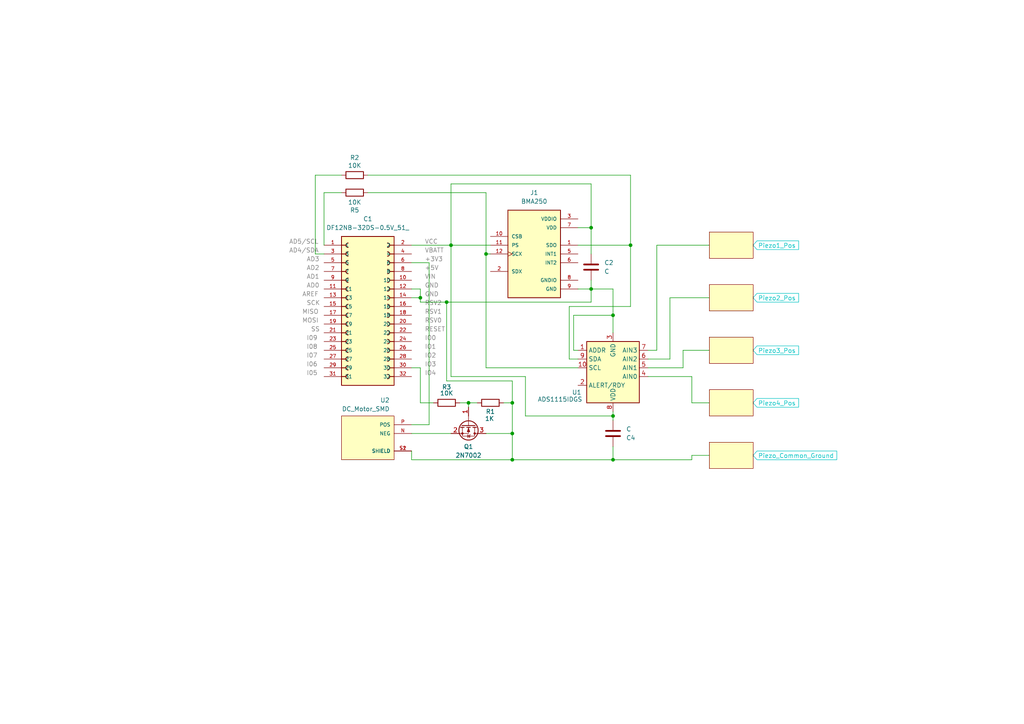
<source format=kicad_sch>
(kicad_sch
	(version 20231120)
	(generator "eeschema")
	(generator_version "8.0")
	(uuid "8b1a5243-e5ea-4fab-8db6-8e1436a8b288")
	(paper "A4")
	(lib_symbols
		(symbol "Analog_ADC:ADS1115IDGS"
			(exclude_from_sim no)
			(in_bom yes)
			(on_board yes)
			(property "Reference" "U"
				(at 2.54 13.97 0)
				(effects
					(font
						(size 1.27 1.27)
					)
				)
			)
			(property "Value" "ADS1115IDGS"
				(at 7.62 11.43 0)
				(effects
					(font
						(size 1.27 1.27)
					)
				)
			)
			(property "Footprint" "Package_SO:TSSOP-10_3x3mm_P0.5mm"
				(at 0 -12.7 0)
				(effects
					(font
						(size 1.27 1.27)
					)
					(hide yes)
				)
			)
			(property "Datasheet" "http://www.ti.com/lit/ds/symlink/ads1113.pdf"
				(at -1.27 -22.86 0)
				(effects
					(font
						(size 1.27 1.27)
					)
					(hide yes)
				)
			)
			(property "Description" "Ultra-Small, Low-Power, I2C-Compatible, 860-SPS, 16-Bit ADCs With Internal Reference, Oscillator, and Programmable Comparator, VSSOP-10"
				(at 0 0 0)
				(effects
					(font
						(size 1.27 1.27)
					)
					(hide yes)
				)
			)
			(property "ki_keywords" "16 bit 4 channel I2C ADC"
				(at 0 0 0)
				(effects
					(font
						(size 1.27 1.27)
					)
					(hide yes)
				)
			)
			(property "ki_fp_filters" "TSSOP*3x3mm*P0.5mm*"
				(at 0 0 0)
				(effects
					(font
						(size 1.27 1.27)
					)
					(hide yes)
				)
			)
			(symbol "ADS1115IDGS_0_1"
				(rectangle
					(start -7.62 10.16)
					(end 7.62 -7.62)
					(stroke
						(width 0.254)
						(type default)
					)
					(fill
						(type background)
					)
				)
			)
			(symbol "ADS1115IDGS_1_1"
				(pin input line
					(at 10.16 -5.08 180)
					(length 2.54)
					(name "ADDR"
						(effects
							(font
								(size 1.27 1.27)
							)
						)
					)
					(number "1"
						(effects
							(font
								(size 1.27 1.27)
							)
						)
					)
				)
				(pin input line
					(at 10.16 0 180)
					(length 2.54)
					(name "SCL"
						(effects
							(font
								(size 1.27 1.27)
							)
						)
					)
					(number "10"
						(effects
							(font
								(size 1.27 1.27)
							)
						)
					)
				)
				(pin output line
					(at 10.16 5.08 180)
					(length 2.54)
					(name "ALERT/RDY"
						(effects
							(font
								(size 1.27 1.27)
							)
						)
					)
					(number "2"
						(effects
							(font
								(size 1.27 1.27)
							)
						)
					)
				)
				(pin power_in line
					(at 0 -10.16 90)
					(length 2.54)
					(name "GND"
						(effects
							(font
								(size 1.27 1.27)
							)
						)
					)
					(number "3"
						(effects
							(font
								(size 1.27 1.27)
							)
						)
					)
				)
				(pin input line
					(at -10.16 2.54 0)
					(length 2.54)
					(name "AIN0"
						(effects
							(font
								(size 1.27 1.27)
							)
						)
					)
					(number "4"
						(effects
							(font
								(size 1.27 1.27)
							)
						)
					)
				)
				(pin input line
					(at -10.16 0 0)
					(length 2.54)
					(name "AIN1"
						(effects
							(font
								(size 1.27 1.27)
							)
						)
					)
					(number "5"
						(effects
							(font
								(size 1.27 1.27)
							)
						)
					)
				)
				(pin input line
					(at -10.16 -2.54 0)
					(length 2.54)
					(name "AIN2"
						(effects
							(font
								(size 1.27 1.27)
							)
						)
					)
					(number "6"
						(effects
							(font
								(size 1.27 1.27)
							)
						)
					)
				)
				(pin input line
					(at -10.16 -5.08 0)
					(length 2.54)
					(name "AIN3"
						(effects
							(font
								(size 1.27 1.27)
							)
						)
					)
					(number "7"
						(effects
							(font
								(size 1.27 1.27)
							)
						)
					)
				)
				(pin power_in line
					(at 0 12.7 270)
					(length 2.54)
					(name "VDD"
						(effects
							(font
								(size 1.27 1.27)
							)
						)
					)
					(number "8"
						(effects
							(font
								(size 1.27 1.27)
							)
						)
					)
				)
				(pin bidirectional line
					(at 10.16 -2.54 180)
					(length 2.54)
					(name "SDA"
						(effects
							(font
								(size 1.27 1.27)
							)
						)
					)
					(number "9"
						(effects
							(font
								(size 1.27 1.27)
							)
						)
					)
				)
			)
		)
		(symbol "BMA250:BMA250"
			(pin_names
				(offset 1.016)
			)
			(exclude_from_sim no)
			(in_bom yes)
			(on_board yes)
			(property "Reference" "J"
				(at -7.3776 13.2287 0)
				(effects
					(font
						(size 1.27 1.27)
					)
					(justify left bottom)
				)
			)
			(property "Value" "BMA250"
				(at -7.6349 -15.2697 0)
				(effects
					(font
						(size 1.27 1.27)
					)
					(justify left bottom)
				)
			)
			(property "Footprint" "BMA250:LGA12S50P4X4_200X200X100"
				(at 0 0 0)
				(effects
					(font
						(size 1.27 1.27)
					)
					(justify bottom)
					(hide yes)
				)
			)
			(property "Datasheet" ""
				(at 0 0 0)
				(effects
					(font
						(size 1.27 1.27)
					)
					(hide yes)
				)
			)
			(property "Description" ""
				(at 0 0 0)
				(effects
					(font
						(size 1.27 1.27)
					)
					(hide yes)
				)
			)
			(property "MF" "Bosch Sensortec"
				(at 0 0 0)
				(effects
					(font
						(size 1.27 1.27)
					)
					(justify bottom)
					(hide yes)
				)
			)
			(property "Description_1" "\nAccelerometer X, Y, Z Axis ±2g, 4g, 8g, 16g 8Hz ~ 1kHz 12-LGA (2x2)\n"
				(at 0 0 0)
				(effects
					(font
						(size 1.27 1.27)
					)
					(justify bottom)
					(hide yes)
				)
			)
			(property "Package" "LGA-12 Bosch Sensortec"
				(at 0 0 0)
				(effects
					(font
						(size 1.27 1.27)
					)
					(justify bottom)
					(hide yes)
				)
			)
			(property "Price" "None"
				(at 0 0 0)
				(effects
					(font
						(size 1.27 1.27)
					)
					(justify bottom)
					(hide yes)
				)
			)
			(property "Check_prices" "https://www.snapeda.com/parts/BMA250/Bosch+Sensortec/view-part/?ref=eda"
				(at 0 0 0)
				(effects
					(font
						(size 1.27 1.27)
					)
					(justify bottom)
					(hide yes)
				)
			)
			(property "SnapEDA_Link" "https://www.snapeda.com/parts/BMA250/Bosch+Sensortec/view-part/?ref=snap"
				(at 0 0 0)
				(effects
					(font
						(size 1.27 1.27)
					)
					(justify bottom)
					(hide yes)
				)
			)
			(property "MP" "BMA250"
				(at 0 0 0)
				(effects
					(font
						(size 1.27 1.27)
					)
					(justify bottom)
					(hide yes)
				)
			)
			(property "Availability" "In Stock"
				(at 0 0 0)
				(effects
					(font
						(size 1.27 1.27)
					)
					(justify bottom)
					(hide yes)
				)
			)
			(property "MANUFACTURER" "BOSCH"
				(at 0 0 0)
				(effects
					(font
						(size 1.27 1.27)
					)
					(justify bottom)
					(hide yes)
				)
			)
			(symbol "BMA250_0_0"
				(rectangle
					(start -7.62 -12.7)
					(end 7.62 12.7)
					(stroke
						(width 0.254)
						(type default)
					)
					(fill
						(type background)
					)
				)
				(pin output line
					(at 12.7 2.54 180)
					(length 5.08)
					(name "SDO"
						(effects
							(font
								(size 1.016 1.016)
							)
						)
					)
					(number "1"
						(effects
							(font
								(size 1.016 1.016)
							)
						)
					)
				)
				(pin input line
					(at -12.7 5.08 0)
					(length 5.08)
					(name "CSB"
						(effects
							(font
								(size 1.016 1.016)
							)
						)
					)
					(number "10"
						(effects
							(font
								(size 1.016 1.016)
							)
						)
					)
				)
				(pin input line
					(at -12.7 2.54 0)
					(length 5.08)
					(name "PS"
						(effects
							(font
								(size 1.016 1.016)
							)
						)
					)
					(number "11"
						(effects
							(font
								(size 1.016 1.016)
							)
						)
					)
				)
				(pin input clock
					(at -12.7 0 0)
					(length 5.08)
					(name "SCX"
						(effects
							(font
								(size 1.016 1.016)
							)
						)
					)
					(number "12"
						(effects
							(font
								(size 1.016 1.016)
							)
						)
					)
				)
				(pin bidirectional line
					(at -12.7 -5.08 0)
					(length 5.08)
					(name "SDX"
						(effects
							(font
								(size 1.016 1.016)
							)
						)
					)
					(number "2"
						(effects
							(font
								(size 1.016 1.016)
							)
						)
					)
				)
				(pin power_in line
					(at 12.7 10.16 180)
					(length 5.08)
					(name "VDDIO"
						(effects
							(font
								(size 1.016 1.016)
							)
						)
					)
					(number "3"
						(effects
							(font
								(size 1.016 1.016)
							)
						)
					)
				)
				(pin output line
					(at 12.7 0 180)
					(length 5.08)
					(name "INT1"
						(effects
							(font
								(size 1.016 1.016)
							)
						)
					)
					(number "5"
						(effects
							(font
								(size 1.016 1.016)
							)
						)
					)
				)
				(pin output line
					(at 12.7 -2.54 180)
					(length 5.08)
					(name "INT2"
						(effects
							(font
								(size 1.016 1.016)
							)
						)
					)
					(number "6"
						(effects
							(font
								(size 1.016 1.016)
							)
						)
					)
				)
				(pin power_in line
					(at 12.7 7.62 180)
					(length 5.08)
					(name "VDD"
						(effects
							(font
								(size 1.016 1.016)
							)
						)
					)
					(number "7"
						(effects
							(font
								(size 1.016 1.016)
							)
						)
					)
				)
				(pin power_in line
					(at 12.7 -7.62 180)
					(length 5.08)
					(name "GNDIO"
						(effects
							(font
								(size 1.016 1.016)
							)
						)
					)
					(number "8"
						(effects
							(font
								(size 1.016 1.016)
							)
						)
					)
				)
				(pin power_in line
					(at 12.7 -10.16 180)
					(length 5.08)
					(name "GND"
						(effects
							(font
								(size 1.016 1.016)
							)
						)
					)
					(number "9"
						(effects
							(font
								(size 1.016 1.016)
							)
						)
					)
				)
			)
		)
		(symbol "DF12NB-32DS-0.5V_51_:DF12NB-32DS-0.5V_51_"
			(pin_names
				(offset 1.016)
			)
			(exclude_from_sim no)
			(in_bom yes)
			(on_board yes)
			(property "Reference" "J"
				(at -8.12 22.86 0)
				(effects
					(font
						(size 1.27 1.27)
					)
					(justify left bottom)
				)
			)
			(property "Value" "DF12NB-32DS-0.5V_51_"
				(at -7.62 -22.86 0)
				(effects
					(font
						(size 1.27 1.27)
					)
					(justify left bottom)
				)
			)
			(property "Footprint" "DF12NB-32DS-0.5V_51_:HRS_DF12NB-32DS-0.5V_51_"
				(at 0 0 0)
				(effects
					(font
						(size 1.27 1.27)
					)
					(justify bottom)
					(hide yes)
				)
			)
			(property "Datasheet" ""
				(at 0 0 0)
				(effects
					(font
						(size 1.27 1.27)
					)
					(hide yes)
				)
			)
			(property "Description" ""
				(at 0 0 0)
				(effects
					(font
						(size 1.27 1.27)
					)
					(hide yes)
				)
			)
			(property "MF" "Hirose Electric Co Ltd"
				(at 0 0 0)
				(effects
					(font
						(size 1.27 1.27)
					)
					(justify bottom)
					(hide yes)
				)
			)
			(property "Description_1" "\n32 Position Connector Receptacle, Center Strip Contacts Surface Mount Gold\n"
				(at 0 0 0)
				(effects
					(font
						(size 1.27 1.27)
					)
					(justify bottom)
					(hide yes)
				)
			)
			(property "Package" "None"
				(at 0 0 0)
				(effects
					(font
						(size 1.27 1.27)
					)
					(justify bottom)
					(hide yes)
				)
			)
			(property "Price" "None"
				(at 0 0 0)
				(effects
					(font
						(size 1.27 1.27)
					)
					(justify bottom)
					(hide yes)
				)
			)
			(property "Check_prices" "https://www.snapeda.com/parts/DF12NB-32DS-0.5V(51)/Hirose/view-part/?ref=eda"
				(at 0 0 0)
				(effects
					(font
						(size 1.27 1.27)
					)
					(justify bottom)
					(hide yes)
				)
			)
			(property "SnapEDA_Link" "https://www.snapeda.com/parts/DF12NB-32DS-0.5V(51)/Hirose/view-part/?ref=snap"
				(at 0 0 0)
				(effects
					(font
						(size 1.27 1.27)
					)
					(justify bottom)
					(hide yes)
				)
			)
			(property "MP" "DF12NB-32DS-0.5V(51)"
				(at 0 0 0)
				(effects
					(font
						(size 1.27 1.27)
					)
					(justify bottom)
					(hide yes)
				)
			)
			(property "Availability" "In Stock"
				(at 0 0 0)
				(effects
					(font
						(size 1.27 1.27)
					)
					(justify bottom)
					(hide yes)
				)
			)
			(property "MANUFACTURER" "HRS"
				(at 0 0 0)
				(effects
					(font
						(size 1.27 1.27)
					)
					(justify bottom)
					(hide yes)
				)
			)
			(symbol "DF12NB-32DS-0.5V_51__0_0"
				(rectangle
					(start -7.62 -20.32)
					(end 7.62 22.86)
					(stroke
						(width 0.254)
						(type default)
					)
					(fill
						(type background)
					)
				)
				(arc
					(start -5.715 -17.145)
					(mid -6.3472 -17.78)
					(end -5.715 -18.415)
					(stroke
						(width 0.254)
						(type default)
					)
					(fill
						(type none)
					)
				)
				(arc
					(start -5.715 -14.605)
					(mid -6.3472 -15.24)
					(end -5.715 -15.875)
					(stroke
						(width 0.254)
						(type default)
					)
					(fill
						(type none)
					)
				)
				(arc
					(start -5.715 -12.065)
					(mid -6.3472 -12.7)
					(end -5.715 -13.335)
					(stroke
						(width 0.254)
						(type default)
					)
					(fill
						(type none)
					)
				)
				(arc
					(start -5.715 -9.525)
					(mid -6.3472 -10.16)
					(end -5.715 -10.795)
					(stroke
						(width 0.254)
						(type default)
					)
					(fill
						(type none)
					)
				)
				(arc
					(start -5.715 -6.985)
					(mid -6.3472 -7.62)
					(end -5.715 -8.255)
					(stroke
						(width 0.254)
						(type default)
					)
					(fill
						(type none)
					)
				)
				(arc
					(start -5.715 -4.445)
					(mid -6.3472 -5.08)
					(end -5.715 -5.715)
					(stroke
						(width 0.254)
						(type default)
					)
					(fill
						(type none)
					)
				)
				(arc
					(start -5.715 -1.905)
					(mid -6.3472 -2.54)
					(end -5.715 -3.175)
					(stroke
						(width 0.254)
						(type default)
					)
					(fill
						(type none)
					)
				)
				(arc
					(start -5.715 0.635)
					(mid -6.3472 0)
					(end -5.715 -0.635)
					(stroke
						(width 0.254)
						(type default)
					)
					(fill
						(type none)
					)
				)
				(arc
					(start -5.715 3.175)
					(mid -6.3472 2.54)
					(end -5.715 1.905)
					(stroke
						(width 0.254)
						(type default)
					)
					(fill
						(type none)
					)
				)
				(arc
					(start -5.715 5.715)
					(mid -6.3472 5.08)
					(end -5.715 4.445)
					(stroke
						(width 0.254)
						(type default)
					)
					(fill
						(type none)
					)
				)
				(arc
					(start -5.715 8.255)
					(mid -6.3472 7.62)
					(end -5.715 6.985)
					(stroke
						(width 0.254)
						(type default)
					)
					(fill
						(type none)
					)
				)
				(arc
					(start -5.715 10.795)
					(mid -6.3472 10.16)
					(end -5.715 9.525)
					(stroke
						(width 0.254)
						(type default)
					)
					(fill
						(type none)
					)
				)
				(arc
					(start -5.715 13.335)
					(mid -6.3472 12.7)
					(end -5.715 12.065)
					(stroke
						(width 0.254)
						(type default)
					)
					(fill
						(type none)
					)
				)
				(arc
					(start -5.715 15.875)
					(mid -6.3472 15.24)
					(end -5.715 14.605)
					(stroke
						(width 0.254)
						(type default)
					)
					(fill
						(type none)
					)
				)
				(arc
					(start -5.715 18.415)
					(mid -6.3472 17.78)
					(end -5.715 17.145)
					(stroke
						(width 0.254)
						(type default)
					)
					(fill
						(type none)
					)
				)
				(arc
					(start -5.715 20.955)
					(mid -6.3472 20.32)
					(end -5.715 19.685)
					(stroke
						(width 0.254)
						(type default)
					)
					(fill
						(type none)
					)
				)
				(polyline
					(pts
						(xy -7.62 -17.78) (xy -6.35 -17.78)
					)
					(stroke
						(width 0.254)
						(type default)
					)
					(fill
						(type none)
					)
				)
				(polyline
					(pts
						(xy -7.62 -15.24) (xy -6.35 -15.24)
					)
					(stroke
						(width 0.254)
						(type default)
					)
					(fill
						(type none)
					)
				)
				(polyline
					(pts
						(xy -7.62 -12.7) (xy -6.35 -12.7)
					)
					(stroke
						(width 0.254)
						(type default)
					)
					(fill
						(type none)
					)
				)
				(polyline
					(pts
						(xy -7.62 -10.16) (xy -6.35 -10.16)
					)
					(stroke
						(width 0.254)
						(type default)
					)
					(fill
						(type none)
					)
				)
				(polyline
					(pts
						(xy -7.62 -7.62) (xy -6.35 -7.62)
					)
					(stroke
						(width 0.254)
						(type default)
					)
					(fill
						(type none)
					)
				)
				(polyline
					(pts
						(xy -7.62 -5.08) (xy -6.35 -5.08)
					)
					(stroke
						(width 0.254)
						(type default)
					)
					(fill
						(type none)
					)
				)
				(polyline
					(pts
						(xy -7.62 -2.54) (xy -6.35 -2.54)
					)
					(stroke
						(width 0.254)
						(type default)
					)
					(fill
						(type none)
					)
				)
				(polyline
					(pts
						(xy -7.62 0) (xy -6.35 0)
					)
					(stroke
						(width 0.254)
						(type default)
					)
					(fill
						(type none)
					)
				)
				(polyline
					(pts
						(xy -7.62 2.54) (xy -6.35 2.54)
					)
					(stroke
						(width 0.254)
						(type default)
					)
					(fill
						(type none)
					)
				)
				(polyline
					(pts
						(xy -7.62 5.08) (xy -6.35 5.08)
					)
					(stroke
						(width 0.254)
						(type default)
					)
					(fill
						(type none)
					)
				)
				(polyline
					(pts
						(xy -7.62 7.62) (xy -6.35 7.62)
					)
					(stroke
						(width 0.254)
						(type default)
					)
					(fill
						(type none)
					)
				)
				(polyline
					(pts
						(xy -7.62 10.16) (xy -6.35 10.16)
					)
					(stroke
						(width 0.254)
						(type default)
					)
					(fill
						(type none)
					)
				)
				(polyline
					(pts
						(xy -7.62 12.7) (xy -6.35 12.7)
					)
					(stroke
						(width 0.254)
						(type default)
					)
					(fill
						(type none)
					)
				)
				(polyline
					(pts
						(xy -7.62 15.24) (xy -6.35 15.24)
					)
					(stroke
						(width 0.254)
						(type default)
					)
					(fill
						(type none)
					)
				)
				(polyline
					(pts
						(xy -7.62 17.78) (xy -6.35 17.78)
					)
					(stroke
						(width 0.254)
						(type default)
					)
					(fill
						(type none)
					)
				)
				(polyline
					(pts
						(xy -7.62 20.32) (xy -6.35 20.32)
					)
					(stroke
						(width 0.254)
						(type default)
					)
					(fill
						(type none)
					)
				)
				(polyline
					(pts
						(xy 7.62 -17.78) (xy 6.35 -17.78)
					)
					(stroke
						(width 0.254)
						(type default)
					)
					(fill
						(type none)
					)
				)
				(polyline
					(pts
						(xy 7.62 -15.24) (xy 6.35 -15.24)
					)
					(stroke
						(width 0.254)
						(type default)
					)
					(fill
						(type none)
					)
				)
				(polyline
					(pts
						(xy 7.62 -12.7) (xy 6.35 -12.7)
					)
					(stroke
						(width 0.254)
						(type default)
					)
					(fill
						(type none)
					)
				)
				(polyline
					(pts
						(xy 7.62 -10.16) (xy 6.35 -10.16)
					)
					(stroke
						(width 0.254)
						(type default)
					)
					(fill
						(type none)
					)
				)
				(polyline
					(pts
						(xy 7.62 -7.62) (xy 6.35 -7.62)
					)
					(stroke
						(width 0.254)
						(type default)
					)
					(fill
						(type none)
					)
				)
				(polyline
					(pts
						(xy 7.62 -5.08) (xy 6.35 -5.08)
					)
					(stroke
						(width 0.254)
						(type default)
					)
					(fill
						(type none)
					)
				)
				(polyline
					(pts
						(xy 7.62 -2.54) (xy 6.35 -2.54)
					)
					(stroke
						(width 0.254)
						(type default)
					)
					(fill
						(type none)
					)
				)
				(polyline
					(pts
						(xy 7.62 0) (xy 6.35 0)
					)
					(stroke
						(width 0.254)
						(type default)
					)
					(fill
						(type none)
					)
				)
				(polyline
					(pts
						(xy 7.62 2.54) (xy 6.35 2.54)
					)
					(stroke
						(width 0.254)
						(type default)
					)
					(fill
						(type none)
					)
				)
				(polyline
					(pts
						(xy 7.62 5.08) (xy 6.35 5.08)
					)
					(stroke
						(width 0.254)
						(type default)
					)
					(fill
						(type none)
					)
				)
				(polyline
					(pts
						(xy 7.62 7.62) (xy 6.35 7.62)
					)
					(stroke
						(width 0.254)
						(type default)
					)
					(fill
						(type none)
					)
				)
				(polyline
					(pts
						(xy 7.62 10.16) (xy 6.35 10.16)
					)
					(stroke
						(width 0.254)
						(type default)
					)
					(fill
						(type none)
					)
				)
				(polyline
					(pts
						(xy 7.62 12.7) (xy 6.35 12.7)
					)
					(stroke
						(width 0.254)
						(type default)
					)
					(fill
						(type none)
					)
				)
				(polyline
					(pts
						(xy 7.62 15.24) (xy 6.35 15.24)
					)
					(stroke
						(width 0.254)
						(type default)
					)
					(fill
						(type none)
					)
				)
				(polyline
					(pts
						(xy 7.62 17.78) (xy 6.35 17.78)
					)
					(stroke
						(width 0.254)
						(type default)
					)
					(fill
						(type none)
					)
				)
				(polyline
					(pts
						(xy 7.62 20.32) (xy 6.35 20.32)
					)
					(stroke
						(width 0.254)
						(type default)
					)
					(fill
						(type none)
					)
				)
				(arc
					(start 5.715 -18.415)
					(mid 6.3472 -17.78)
					(end 5.715 -17.145)
					(stroke
						(width 0.254)
						(type default)
					)
					(fill
						(type none)
					)
				)
				(arc
					(start 5.715 -15.875)
					(mid 6.3472 -15.24)
					(end 5.715 -14.605)
					(stroke
						(width 0.254)
						(type default)
					)
					(fill
						(type none)
					)
				)
				(arc
					(start 5.715 -13.335)
					(mid 6.3472 -12.7)
					(end 5.715 -12.065)
					(stroke
						(width 0.254)
						(type default)
					)
					(fill
						(type none)
					)
				)
				(arc
					(start 5.715 -10.795)
					(mid 6.3472 -10.16)
					(end 5.715 -9.525)
					(stroke
						(width 0.254)
						(type default)
					)
					(fill
						(type none)
					)
				)
				(arc
					(start 5.715 -8.255)
					(mid 6.3472 -7.62)
					(end 5.715 -6.985)
					(stroke
						(width 0.254)
						(type default)
					)
					(fill
						(type none)
					)
				)
				(arc
					(start 5.715 -5.715)
					(mid 6.3472 -5.08)
					(end 5.715 -4.445)
					(stroke
						(width 0.254)
						(type default)
					)
					(fill
						(type none)
					)
				)
				(arc
					(start 5.715 -3.175)
					(mid 6.3472 -2.54)
					(end 5.715 -1.905)
					(stroke
						(width 0.254)
						(type default)
					)
					(fill
						(type none)
					)
				)
				(arc
					(start 5.715 -0.635)
					(mid 6.3472 0)
					(end 5.715 0.635)
					(stroke
						(width 0.254)
						(type default)
					)
					(fill
						(type none)
					)
				)
				(arc
					(start 5.715 1.905)
					(mid 6.3472 2.54)
					(end 5.715 3.175)
					(stroke
						(width 0.254)
						(type default)
					)
					(fill
						(type none)
					)
				)
				(arc
					(start 5.715 4.445)
					(mid 6.3472 5.08)
					(end 5.715 5.715)
					(stroke
						(width 0.254)
						(type default)
					)
					(fill
						(type none)
					)
				)
				(arc
					(start 5.715 6.985)
					(mid 6.3472 7.62)
					(end 5.715 8.255)
					(stroke
						(width 0.254)
						(type default)
					)
					(fill
						(type none)
					)
				)
				(arc
					(start 5.715 9.525)
					(mid 6.3472 10.16)
					(end 5.715 10.795)
					(stroke
						(width 0.254)
						(type default)
					)
					(fill
						(type none)
					)
				)
				(arc
					(start 5.715 12.065)
					(mid 6.3472 12.7)
					(end 5.715 13.335)
					(stroke
						(width 0.254)
						(type default)
					)
					(fill
						(type none)
					)
				)
				(arc
					(start 5.715 14.605)
					(mid 6.3472 15.24)
					(end 5.715 15.875)
					(stroke
						(width 0.254)
						(type default)
					)
					(fill
						(type none)
					)
				)
				(arc
					(start 5.715 17.145)
					(mid 6.3472 17.78)
					(end 5.715 18.415)
					(stroke
						(width 0.254)
						(type default)
					)
					(fill
						(type none)
					)
				)
				(arc
					(start 5.715 19.685)
					(mid 6.3472 20.32)
					(end 5.715 20.955)
					(stroke
						(width 0.254)
						(type default)
					)
					(fill
						(type none)
					)
				)
				(pin passive line
					(at -12.7 20.32 0)
					(length 5.08)
					(name "1"
						(effects
							(font
								(size 1.016 1.016)
							)
						)
					)
					(number "1"
						(effects
							(font
								(size 1.016 1.016)
							)
						)
					)
				)
				(pin passive line
					(at 12.7 10.16 180)
					(length 5.08)
					(name "10"
						(effects
							(font
								(size 1.016 1.016)
							)
						)
					)
					(number "10"
						(effects
							(font
								(size 1.016 1.016)
							)
						)
					)
				)
				(pin passive line
					(at -12.7 7.62 0)
					(length 5.08)
					(name "11"
						(effects
							(font
								(size 1.016 1.016)
							)
						)
					)
					(number "11"
						(effects
							(font
								(size 1.016 1.016)
							)
						)
					)
				)
				(pin passive line
					(at 12.7 7.62 180)
					(length 5.08)
					(name "12"
						(effects
							(font
								(size 1.016 1.016)
							)
						)
					)
					(number "12"
						(effects
							(font
								(size 1.016 1.016)
							)
						)
					)
				)
				(pin passive line
					(at -12.7 5.08 0)
					(length 5.08)
					(name "13"
						(effects
							(font
								(size 1.016 1.016)
							)
						)
					)
					(number "13"
						(effects
							(font
								(size 1.016 1.016)
							)
						)
					)
				)
				(pin passive line
					(at 12.7 5.08 180)
					(length 5.08)
					(name "14"
						(effects
							(font
								(size 1.016 1.016)
							)
						)
					)
					(number "14"
						(effects
							(font
								(size 1.016 1.016)
							)
						)
					)
				)
				(pin passive line
					(at -12.7 2.54 0)
					(length 5.08)
					(name "15"
						(effects
							(font
								(size 1.016 1.016)
							)
						)
					)
					(number "15"
						(effects
							(font
								(size 1.016 1.016)
							)
						)
					)
				)
				(pin passive line
					(at 12.7 2.54 180)
					(length 5.08)
					(name "16"
						(effects
							(font
								(size 1.016 1.016)
							)
						)
					)
					(number "16"
						(effects
							(font
								(size 1.016 1.016)
							)
						)
					)
				)
				(pin passive line
					(at -12.7 0 0)
					(length 5.08)
					(name "17"
						(effects
							(font
								(size 1.016 1.016)
							)
						)
					)
					(number "17"
						(effects
							(font
								(size 1.016 1.016)
							)
						)
					)
				)
				(pin passive line
					(at 12.7 0 180)
					(length 5.08)
					(name "18"
						(effects
							(font
								(size 1.016 1.016)
							)
						)
					)
					(number "18"
						(effects
							(font
								(size 1.016 1.016)
							)
						)
					)
				)
				(pin passive line
					(at -12.7 -2.54 0)
					(length 5.08)
					(name "19"
						(effects
							(font
								(size 1.016 1.016)
							)
						)
					)
					(number "19"
						(effects
							(font
								(size 1.016 1.016)
							)
						)
					)
				)
				(pin passive line
					(at 12.7 20.32 180)
					(length 5.08)
					(name "2"
						(effects
							(font
								(size 1.016 1.016)
							)
						)
					)
					(number "2"
						(effects
							(font
								(size 1.016 1.016)
							)
						)
					)
				)
				(pin passive line
					(at 12.7 -2.54 180)
					(length 5.08)
					(name "20"
						(effects
							(font
								(size 1.016 1.016)
							)
						)
					)
					(number "20"
						(effects
							(font
								(size 1.016 1.016)
							)
						)
					)
				)
				(pin passive line
					(at -12.7 -5.08 0)
					(length 5.08)
					(name "21"
						(effects
							(font
								(size 1.016 1.016)
							)
						)
					)
					(number "21"
						(effects
							(font
								(size 1.016 1.016)
							)
						)
					)
				)
				(pin passive line
					(at 12.7 -5.08 180)
					(length 5.08)
					(name "22"
						(effects
							(font
								(size 1.016 1.016)
							)
						)
					)
					(number "22"
						(effects
							(font
								(size 1.016 1.016)
							)
						)
					)
				)
				(pin passive line
					(at -12.7 -7.62 0)
					(length 5.08)
					(name "23"
						(effects
							(font
								(size 1.016 1.016)
							)
						)
					)
					(number "23"
						(effects
							(font
								(size 1.016 1.016)
							)
						)
					)
				)
				(pin passive line
					(at 12.7 -7.62 180)
					(length 5.08)
					(name "24"
						(effects
							(font
								(size 1.016 1.016)
							)
						)
					)
					(number "24"
						(effects
							(font
								(size 1.016 1.016)
							)
						)
					)
				)
				(pin passive line
					(at -12.7 -10.16 0)
					(length 5.08)
					(name "25"
						(effects
							(font
								(size 1.016 1.016)
							)
						)
					)
					(number "25"
						(effects
							(font
								(size 1.016 1.016)
							)
						)
					)
				)
				(pin passive line
					(at 12.7 -10.16 180)
					(length 5.08)
					(name "26"
						(effects
							(font
								(size 1.016 1.016)
							)
						)
					)
					(number "26"
						(effects
							(font
								(size 1.016 1.016)
							)
						)
					)
				)
				(pin passive line
					(at -12.7 -12.7 0)
					(length 5.08)
					(name "27"
						(effects
							(font
								(size 1.016 1.016)
							)
						)
					)
					(number "27"
						(effects
							(font
								(size 1.016 1.016)
							)
						)
					)
				)
				(pin passive line
					(at 12.7 -12.7 180)
					(length 5.08)
					(name "28"
						(effects
							(font
								(size 1.016 1.016)
							)
						)
					)
					(number "28"
						(effects
							(font
								(size 1.016 1.016)
							)
						)
					)
				)
				(pin passive line
					(at -12.7 -15.24 0)
					(length 5.08)
					(name "29"
						(effects
							(font
								(size 1.016 1.016)
							)
						)
					)
					(number "29"
						(effects
							(font
								(size 1.016 1.016)
							)
						)
					)
				)
				(pin passive line
					(at -12.7 17.78 0)
					(length 5.08)
					(name "3"
						(effects
							(font
								(size 1.016 1.016)
							)
						)
					)
					(number "3"
						(effects
							(font
								(size 1.016 1.016)
							)
						)
					)
				)
				(pin passive line
					(at 12.7 -15.24 180)
					(length 5.08)
					(name "30"
						(effects
							(font
								(size 1.016 1.016)
							)
						)
					)
					(number "30"
						(effects
							(font
								(size 1.016 1.016)
							)
						)
					)
				)
				(pin passive line
					(at -12.7 -17.78 0)
					(length 5.08)
					(name "31"
						(effects
							(font
								(size 1.016 1.016)
							)
						)
					)
					(number "31"
						(effects
							(font
								(size 1.016 1.016)
							)
						)
					)
				)
				(pin passive line
					(at 12.7 -17.78 180)
					(length 5.08)
					(name "32"
						(effects
							(font
								(size 1.016 1.016)
							)
						)
					)
					(number "32"
						(effects
							(font
								(size 1.016 1.016)
							)
						)
					)
				)
				(pin passive line
					(at 12.7 17.78 180)
					(length 5.08)
					(name "4"
						(effects
							(font
								(size 1.016 1.016)
							)
						)
					)
					(number "4"
						(effects
							(font
								(size 1.016 1.016)
							)
						)
					)
				)
				(pin passive line
					(at -12.7 15.24 0)
					(length 5.08)
					(name "5"
						(effects
							(font
								(size 1.016 1.016)
							)
						)
					)
					(number "5"
						(effects
							(font
								(size 1.016 1.016)
							)
						)
					)
				)
				(pin passive line
					(at 12.7 15.24 180)
					(length 5.08)
					(name "6"
						(effects
							(font
								(size 1.016 1.016)
							)
						)
					)
					(number "6"
						(effects
							(font
								(size 1.016 1.016)
							)
						)
					)
				)
				(pin passive line
					(at -12.7 12.7 0)
					(length 5.08)
					(name "7"
						(effects
							(font
								(size 1.016 1.016)
							)
						)
					)
					(number "7"
						(effects
							(font
								(size 1.016 1.016)
							)
						)
					)
				)
				(pin passive line
					(at 12.7 12.7 180)
					(length 5.08)
					(name "8"
						(effects
							(font
								(size 1.016 1.016)
							)
						)
					)
					(number "8"
						(effects
							(font
								(size 1.016 1.016)
							)
						)
					)
				)
				(pin passive line
					(at -12.7 10.16 0)
					(length 5.08)
					(name "9"
						(effects
							(font
								(size 1.016 1.016)
							)
						)
					)
					(number "9"
						(effects
							(font
								(size 1.016 1.016)
							)
						)
					)
				)
			)
		)
		(symbol "Device:C"
			(pin_numbers hide)
			(pin_names
				(offset 0.254)
			)
			(exclude_from_sim no)
			(in_bom yes)
			(on_board yes)
			(property "Reference" "C"
				(at 0.635 2.54 0)
				(effects
					(font
						(size 1.27 1.27)
					)
					(justify left)
				)
			)
			(property "Value" "C"
				(at 0.635 -2.54 0)
				(effects
					(font
						(size 1.27 1.27)
					)
					(justify left)
				)
			)
			(property "Footprint" ""
				(at 0.9652 -3.81 0)
				(effects
					(font
						(size 1.27 1.27)
					)
					(hide yes)
				)
			)
			(property "Datasheet" "~"
				(at 0 0 0)
				(effects
					(font
						(size 1.27 1.27)
					)
					(hide yes)
				)
			)
			(property "Description" "Unpolarized capacitor"
				(at 0 0 0)
				(effects
					(font
						(size 1.27 1.27)
					)
					(hide yes)
				)
			)
			(property "ki_keywords" "cap capacitor"
				(at 0 0 0)
				(effects
					(font
						(size 1.27 1.27)
					)
					(hide yes)
				)
			)
			(property "ki_fp_filters" "C_*"
				(at 0 0 0)
				(effects
					(font
						(size 1.27 1.27)
					)
					(hide yes)
				)
			)
			(symbol "C_0_1"
				(polyline
					(pts
						(xy -2.032 -0.762) (xy 2.032 -0.762)
					)
					(stroke
						(width 0.508)
						(type default)
					)
					(fill
						(type none)
					)
				)
				(polyline
					(pts
						(xy -2.032 0.762) (xy 2.032 0.762)
					)
					(stroke
						(width 0.508)
						(type default)
					)
					(fill
						(type none)
					)
				)
			)
			(symbol "C_1_1"
				(pin passive line
					(at 0 3.81 270)
					(length 2.794)
					(name "~"
						(effects
							(font
								(size 1.27 1.27)
							)
						)
					)
					(number "1"
						(effects
							(font
								(size 1.27 1.27)
							)
						)
					)
				)
				(pin passive line
					(at 0 -3.81 90)
					(length 2.794)
					(name "~"
						(effects
							(font
								(size 1.27 1.27)
							)
						)
					)
					(number "2"
						(effects
							(font
								(size 1.27 1.27)
							)
						)
					)
				)
			)
		)
		(symbol "Device:R"
			(pin_numbers hide)
			(pin_names
				(offset 0)
			)
			(exclude_from_sim no)
			(in_bom yes)
			(on_board yes)
			(property "Reference" "R"
				(at 2.032 0 90)
				(effects
					(font
						(size 1.27 1.27)
					)
				)
			)
			(property "Value" "R"
				(at 0 0 90)
				(effects
					(font
						(size 1.27 1.27)
					)
				)
			)
			(property "Footprint" ""
				(at -1.778 0 90)
				(effects
					(font
						(size 1.27 1.27)
					)
					(hide yes)
				)
			)
			(property "Datasheet" "~"
				(at 0 0 0)
				(effects
					(font
						(size 1.27 1.27)
					)
					(hide yes)
				)
			)
			(property "Description" "Resistor"
				(at 0 0 0)
				(effects
					(font
						(size 1.27 1.27)
					)
					(hide yes)
				)
			)
			(property "ki_keywords" "R res resistor"
				(at 0 0 0)
				(effects
					(font
						(size 1.27 1.27)
					)
					(hide yes)
				)
			)
			(property "ki_fp_filters" "R_*"
				(at 0 0 0)
				(effects
					(font
						(size 1.27 1.27)
					)
					(hide yes)
				)
			)
			(symbol "R_0_1"
				(rectangle
					(start -1.016 -2.54)
					(end 1.016 2.54)
					(stroke
						(width 0.254)
						(type default)
					)
					(fill
						(type none)
					)
				)
			)
			(symbol "R_1_1"
				(pin passive line
					(at 0 3.81 270)
					(length 1.27)
					(name "~"
						(effects
							(font
								(size 1.27 1.27)
							)
						)
					)
					(number "1"
						(effects
							(font
								(size 1.27 1.27)
							)
						)
					)
				)
				(pin passive line
					(at 0 -3.81 90)
					(length 1.27)
					(name "~"
						(effects
							(font
								(size 1.27 1.27)
							)
						)
					)
					(number "2"
						(effects
							(font
								(size 1.27 1.27)
							)
						)
					)
				)
			)
		)
		(symbol "Transistor_FET:2N7002"
			(pin_names hide)
			(exclude_from_sim no)
			(in_bom yes)
			(on_board yes)
			(property "Reference" "Q"
				(at 5.08 1.905 0)
				(effects
					(font
						(size 1.27 1.27)
					)
					(justify left)
				)
			)
			(property "Value" "2N7002"
				(at 5.08 0 0)
				(effects
					(font
						(size 1.27 1.27)
					)
					(justify left)
				)
			)
			(property "Footprint" "Package_TO_SOT_SMD:SOT-23"
				(at 5.08 -1.905 0)
				(effects
					(font
						(size 1.27 1.27)
						(italic yes)
					)
					(justify left)
					(hide yes)
				)
			)
			(property "Datasheet" "https://www.onsemi.com/pub/Collateral/NDS7002A-D.PDF"
				(at 5.08 -3.81 0)
				(effects
					(font
						(size 1.27 1.27)
					)
					(justify left)
					(hide yes)
				)
			)
			(property "Description" "0.115A Id, 60V Vds, N-Channel MOSFET, SOT-23"
				(at 0 0 0)
				(effects
					(font
						(size 1.27 1.27)
					)
					(hide yes)
				)
			)
			(property "ki_keywords" "N-Channel Switching MOSFET"
				(at 0 0 0)
				(effects
					(font
						(size 1.27 1.27)
					)
					(hide yes)
				)
			)
			(property "ki_fp_filters" "SOT?23*"
				(at 0 0 0)
				(effects
					(font
						(size 1.27 1.27)
					)
					(hide yes)
				)
			)
			(symbol "2N7002_0_1"
				(polyline
					(pts
						(xy 0.254 0) (xy -2.54 0)
					)
					(stroke
						(width 0)
						(type default)
					)
					(fill
						(type none)
					)
				)
				(polyline
					(pts
						(xy 0.254 1.905) (xy 0.254 -1.905)
					)
					(stroke
						(width 0.254)
						(type default)
					)
					(fill
						(type none)
					)
				)
				(polyline
					(pts
						(xy 0.762 -1.27) (xy 0.762 -2.286)
					)
					(stroke
						(width 0.254)
						(type default)
					)
					(fill
						(type none)
					)
				)
				(polyline
					(pts
						(xy 0.762 0.508) (xy 0.762 -0.508)
					)
					(stroke
						(width 0.254)
						(type default)
					)
					(fill
						(type none)
					)
				)
				(polyline
					(pts
						(xy 0.762 2.286) (xy 0.762 1.27)
					)
					(stroke
						(width 0.254)
						(type default)
					)
					(fill
						(type none)
					)
				)
				(polyline
					(pts
						(xy 2.54 2.54) (xy 2.54 1.778)
					)
					(stroke
						(width 0)
						(type default)
					)
					(fill
						(type none)
					)
				)
				(polyline
					(pts
						(xy 2.54 -2.54) (xy 2.54 0) (xy 0.762 0)
					)
					(stroke
						(width 0)
						(type default)
					)
					(fill
						(type none)
					)
				)
				(polyline
					(pts
						(xy 0.762 -1.778) (xy 3.302 -1.778) (xy 3.302 1.778) (xy 0.762 1.778)
					)
					(stroke
						(width 0)
						(type default)
					)
					(fill
						(type none)
					)
				)
				(polyline
					(pts
						(xy 1.016 0) (xy 2.032 0.381) (xy 2.032 -0.381) (xy 1.016 0)
					)
					(stroke
						(width 0)
						(type default)
					)
					(fill
						(type outline)
					)
				)
				(polyline
					(pts
						(xy 2.794 0.508) (xy 2.921 0.381) (xy 3.683 0.381) (xy 3.81 0.254)
					)
					(stroke
						(width 0)
						(type default)
					)
					(fill
						(type none)
					)
				)
				(polyline
					(pts
						(xy 3.302 0.381) (xy 2.921 -0.254) (xy 3.683 -0.254) (xy 3.302 0.381)
					)
					(stroke
						(width 0)
						(type default)
					)
					(fill
						(type none)
					)
				)
				(circle
					(center 1.651 0)
					(radius 2.794)
					(stroke
						(width 0.254)
						(type default)
					)
					(fill
						(type none)
					)
				)
				(circle
					(center 2.54 -1.778)
					(radius 0.254)
					(stroke
						(width 0)
						(type default)
					)
					(fill
						(type outline)
					)
				)
				(circle
					(center 2.54 1.778)
					(radius 0.254)
					(stroke
						(width 0)
						(type default)
					)
					(fill
						(type outline)
					)
				)
			)
			(symbol "2N7002_1_1"
				(pin input line
					(at -5.08 0 0)
					(length 2.54)
					(name "G"
						(effects
							(font
								(size 1.27 1.27)
							)
						)
					)
					(number "1"
						(effects
							(font
								(size 1.27 1.27)
							)
						)
					)
				)
				(pin passive line
					(at 2.54 -5.08 90)
					(length 2.54)
					(name "S"
						(effects
							(font
								(size 1.27 1.27)
							)
						)
					)
					(number "2"
						(effects
							(font
								(size 1.27 1.27)
							)
						)
					)
				)
				(pin passive line
					(at 2.54 5.08 270)
					(length 2.54)
					(name "D"
						(effects
							(font
								(size 1.27 1.27)
							)
						)
					)
					(number "3"
						(effects
							(font
								(size 1.27 1.27)
							)
						)
					)
				)
			)
		)
		(symbol "Z6DCBB0056091:Z6DCBB0056091"
			(pin_names
				(offset 1.016)
			)
			(exclude_from_sim no)
			(in_bom yes)
			(on_board yes)
			(property "Reference" "U"
				(at -7.62 5.842 0)
				(effects
					(font
						(size 1.27 1.27)
					)
					(justify left bottom)
				)
			)
			(property "Value" "Z6DCBB0056091"
				(at -7.62 -10.16 0)
				(effects
					(font
						(size 1.27 1.27)
					)
					(justify left bottom)
				)
			)
			(property "Footprint" "Z6DCBB0056091:JINLONG_Z6DCBB0056091"
				(at 0 0 0)
				(effects
					(font
						(size 1.27 1.27)
					)
					(justify bottom)
					(hide yes)
				)
			)
			(property "Datasheet" ""
				(at 0 0 0)
				(effects
					(font
						(size 1.27 1.27)
					)
					(hide yes)
				)
			)
			(property "Description" ""
				(at 0 0 0)
				(effects
					(font
						(size 1.27 1.27)
					)
					(hide yes)
				)
			)
			(property "MF" "Jinlong Machinery & Electronics, Inc."
				(at 0 0 0)
				(effects
					(font
						(size 1.27 1.27)
					)
					(justify bottom)
					(hide yes)
				)
			)
			(property "MAXIMUM_PACKAGE_HEIGHT" "6.6mm"
				(at 0 0 0)
				(effects
					(font
						(size 1.27 1.27)
					)
					(justify bottom)
					(hide yes)
				)
			)
			(property "Package" "Jinlong Machinery &amp; Electronics, Inc."
				(at 0 0 0)
				(effects
					(font
						(size 1.27 1.27)
					)
					(justify bottom)
					(hide yes)
				)
			)
			(property "Price" "None"
				(at 0 0 0)
				(effects
					(font
						(size 1.27 1.27)
					)
					(justify bottom)
					(hide yes)
				)
			)
			(property "Check_prices" "https://www.snapeda.com/parts/Z6DCBB0056091/Jinlong+Machinery+%2526+Electronics%252C+Inc./view-part/?ref=eda"
				(at 0 0 0)
				(effects
					(font
						(size 1.27 1.27)
					)
					(justify bottom)
					(hide yes)
				)
			)
			(property "STANDARD" "IPC-7351B"
				(at 0 0 0)
				(effects
					(font
						(size 1.27 1.27)
					)
					(justify bottom)
					(hide yes)
				)
			)
			(property "PARTREV" "2011.11.15"
				(at 0 0 0)
				(effects
					(font
						(size 1.27 1.27)
					)
					(justify bottom)
					(hide yes)
				)
			)
			(property "SnapEDA_Link" "https://www.snapeda.com/parts/Z6DCBB0056091/Jinlong+Machinery+%2526+Electronics%252C+Inc./view-part/?ref=snap"
				(at 0 0 0)
				(effects
					(font
						(size 1.27 1.27)
					)
					(justify bottom)
					(hide yes)
				)
			)
			(property "MP" "Z6DCBB0056091"
				(at 0 0 0)
				(effects
					(font
						(size 1.27 1.27)
					)
					(justify bottom)
					(hide yes)
				)
			)
			(property "Description_1" "\n- DC Motor Vibration, ERM 11000 RPM - - 3VDC\n"
				(at 0 0 0)
				(effects
					(font
						(size 1.27 1.27)
					)
					(justify bottom)
					(hide yes)
				)
			)
			(property "Availability" "Not in stock"
				(at 0 0 0)
				(effects
					(font
						(size 1.27 1.27)
					)
					(justify bottom)
					(hide yes)
				)
			)
			(property "MANUFACTURER" "JINLONG"
				(at 0 0 0)
				(effects
					(font
						(size 1.27 1.27)
					)
					(justify bottom)
					(hide yes)
				)
			)
			(symbol "Z6DCBB0056091_0_0"
				(rectangle
					(start -7.62 -7.62)
					(end 7.62 5.08)
					(stroke
						(width 0.1524)
						(type default)
					)
					(fill
						(type background)
					)
				)
				(pin passive line
					(at -12.7 0 0)
					(length 5.08)
					(name "NEG"
						(effects
							(font
								(size 1.016 1.016)
							)
						)
					)
					(number "N"
						(effects
							(font
								(size 1.016 1.016)
							)
						)
					)
				)
				(pin passive line
					(at -12.7 2.54 0)
					(length 5.08)
					(name "POS"
						(effects
							(font
								(size 1.016 1.016)
							)
						)
					)
					(number "P"
						(effects
							(font
								(size 1.016 1.016)
							)
						)
					)
				)
				(pin passive line
					(at -12.7 -5.08 0)
					(length 5.08)
					(name "SHIELD"
						(effects
							(font
								(size 1.016 1.016)
							)
						)
					)
					(number "S1"
						(effects
							(font
								(size 1.016 1.016)
							)
						)
					)
				)
				(pin passive line
					(at -12.7 -5.08 0)
					(length 5.08)
					(name "SHIELD"
						(effects
							(font
								(size 1.016 1.016)
							)
						)
					)
					(number "S2"
						(effects
							(font
								(size 1.016 1.016)
							)
						)
					)
				)
			)
		)
	)
	(junction
		(at 148.59 116.84)
		(diameter 0)
		(color 0 0 0 0)
		(uuid "06411bb3-1a12-423a-83f8-8a0dcc6c36e5")
	)
	(junction
		(at 135.89 116.84)
		(diameter 0)
		(color 0 0 0 0)
		(uuid "183ad530-9a73-43c5-a660-482e99ffc3e7")
	)
	(junction
		(at 182.88 71.12)
		(diameter 0)
		(color 0 0 0 0)
		(uuid "3dee41a7-8e2e-40dd-9780-93e17a50627a")
	)
	(junction
		(at 148.59 125.73)
		(diameter 0)
		(color 0 0 0 0)
		(uuid "41e58402-8fcb-46b2-bd8f-a50d378a70b4")
	)
	(junction
		(at 140.97 73.66)
		(diameter 0)
		(color 0 0 0 0)
		(uuid "4b3881da-64d6-4293-ba1e-98a9060a8e8f")
	)
	(junction
		(at 171.45 66.04)
		(diameter 0)
		(color 0 0 0 0)
		(uuid "58621ac3-5b05-45a3-93d0-121009bad2e0")
	)
	(junction
		(at 177.8 91.44)
		(diameter 0)
		(color 0 0 0 0)
		(uuid "685f9fc0-3f28-4fd5-bab9-47a08310e82b")
	)
	(junction
		(at 148.59 133.35)
		(diameter 0)
		(color 0 0 0 0)
		(uuid "6bd8598b-30fe-4229-8a86-275ee135a190")
	)
	(junction
		(at 177.8 120.65)
		(diameter 0)
		(color 0 0 0 0)
		(uuid "72f25a51-958c-4fb0-9f40-ddb2e94bfcb1")
	)
	(junction
		(at 130.81 71.12)
		(diameter 0)
		(color 0 0 0 0)
		(uuid "8b673830-315c-44b3-81f2-723c491676b3")
	)
	(junction
		(at 171.45 83.82)
		(diameter 0)
		(color 0 0 0 0)
		(uuid "993ab1d0-5690-4ae0-a516-e2147a57a65c")
	)
	(junction
		(at 177.8 133.35)
		(diameter 0)
		(color 0 0 0 0)
		(uuid "bf1fbd39-7cf7-425c-930b-b63e31952657")
	)
	(junction
		(at 121.92 86.36)
		(diameter 0)
		(color 0 0 0 0)
		(uuid "d6564260-d77a-4d50-905e-280d24a414ff")
	)
	(junction
		(at 129.54 87.63)
		(diameter 0)
		(color 0 0 0 0)
		(uuid "eb1e4ef1-f13d-4e30-a05f-2b6270714776")
	)
	(wire
		(pts
			(xy 124.46 76.2) (xy 119.38 76.2)
		)
		(stroke
			(width 0)
			(type default)
		)
		(uuid "03e2bc7f-b6eb-400f-8f5b-2efd1bbb64e3")
	)
	(wire
		(pts
			(xy 140.97 106.68) (xy 167.64 106.68)
		)
		(stroke
			(width 0)
			(type default)
		)
		(uuid "041aa6ef-becb-490a-9d67-6f834a28429e")
	)
	(wire
		(pts
			(xy 133.35 116.84) (xy 135.89 116.84)
		)
		(stroke
			(width 0)
			(type default)
		)
		(uuid "074bae5e-f34c-4864-a7ee-9d0cb6de3f45")
	)
	(wire
		(pts
			(xy 135.89 116.84) (xy 138.43 116.84)
		)
		(stroke
			(width 0)
			(type default)
		)
		(uuid "0b048c09-0147-4a4b-beca-2b428e2bdcc1")
	)
	(wire
		(pts
			(xy 119.38 123.19) (xy 124.46 123.19)
		)
		(stroke
			(width 0)
			(type default)
		)
		(uuid "0dafec00-b3c3-4d7d-a2ea-49b470538e53")
	)
	(wire
		(pts
			(xy 130.81 71.12) (xy 142.24 71.12)
		)
		(stroke
			(width 0)
			(type default)
		)
		(uuid "153d5e72-8322-4dae-8687-f0bcbf8dc687")
	)
	(wire
		(pts
			(xy 177.8 121.92) (xy 177.8 120.65)
		)
		(stroke
			(width 0)
			(type default)
		)
		(uuid "1a5dad8c-3b61-4d7b-9868-76314b0641f3")
	)
	(wire
		(pts
			(xy 171.45 53.34) (xy 130.81 53.34)
		)
		(stroke
			(width 0)
			(type default)
		)
		(uuid "1f0f95b3-284f-4f9a-95d8-51ff0e0ab690")
	)
	(wire
		(pts
			(xy 167.64 71.12) (xy 182.88 71.12)
		)
		(stroke
			(width 0)
			(type default)
		)
		(uuid "22ee88a9-7db3-4072-834d-8610fd1168e1")
	)
	(wire
		(pts
			(xy 121.92 106.68) (xy 119.38 106.68)
		)
		(stroke
			(width 0)
			(type default)
		)
		(uuid "2a5bad9a-bd68-43eb-8b0f-7a5943b7f9a9")
	)
	(wire
		(pts
			(xy 171.45 66.04) (xy 171.45 53.34)
		)
		(stroke
			(width 0)
			(type default)
		)
		(uuid "32b1eb69-ea97-41eb-a9d6-b46486a9d9ab")
	)
	(wire
		(pts
			(xy 121.92 116.84) (xy 125.73 116.84)
		)
		(stroke
			(width 0)
			(type default)
		)
		(uuid "333fdb89-b63f-4b63-b3aa-b7ad6d5d7fa0")
	)
	(wire
		(pts
			(xy 91.44 50.8) (xy 99.06 50.8)
		)
		(stroke
			(width 0)
			(type default)
		)
		(uuid "3538c1b0-e0f4-44f4-8fe4-55167b4987b0")
	)
	(wire
		(pts
			(xy 166.37 91.44) (xy 177.8 91.44)
		)
		(stroke
			(width 0)
			(type default)
		)
		(uuid "39e96544-4446-48e1-97d3-896c6bcea497")
	)
	(wire
		(pts
			(xy 182.88 50.8) (xy 106.68 50.8)
		)
		(stroke
			(width 0)
			(type default)
		)
		(uuid "3bf58c78-eda0-4303-8cc6-c2fef993c6bd")
	)
	(wire
		(pts
			(xy 124.46 123.19) (xy 124.46 76.2)
		)
		(stroke
			(width 0)
			(type default)
		)
		(uuid "3f2e99be-16fa-405f-a386-f2da84e764d0")
	)
	(wire
		(pts
			(xy 152.4 120.65) (xy 177.8 120.65)
		)
		(stroke
			(width 0)
			(type default)
		)
		(uuid "41ee8c83-21e6-41c7-a25f-c9bbb25dd2df")
	)
	(wire
		(pts
			(xy 148.59 125.73) (xy 148.59 133.35)
		)
		(stroke
			(width 0)
			(type default)
		)
		(uuid "4404e664-76c4-4832-a1e6-84db746407c8")
	)
	(wire
		(pts
			(xy 171.45 87.63) (xy 171.45 83.82)
		)
		(stroke
			(width 0)
			(type default)
		)
		(uuid "498ea91b-7683-44e1-afa6-eda0faa335c1")
	)
	(wire
		(pts
			(xy 121.92 87.63) (xy 121.92 86.36)
		)
		(stroke
			(width 0)
			(type default)
		)
		(uuid "4b54431c-4729-4b4a-bdd6-4943ba72792b")
	)
	(wire
		(pts
			(xy 130.81 109.22) (xy 152.4 109.22)
		)
		(stroke
			(width 0)
			(type default)
		)
		(uuid "4e88cb4e-6664-4e15-831c-f1f51ce34a44")
	)
	(wire
		(pts
			(xy 187.96 109.22) (xy 200.66 109.22)
		)
		(stroke
			(width 0)
			(type default)
		)
		(uuid "526ea783-2e74-46d8-beee-76826631cd85")
	)
	(wire
		(pts
			(xy 165.1 88.9) (xy 165.1 104.14)
		)
		(stroke
			(width 0)
			(type default)
		)
		(uuid "567b8acd-1b0d-401e-87f9-9426a80f3c76")
	)
	(wire
		(pts
			(xy 148.59 116.84) (xy 148.59 110.49)
		)
		(stroke
			(width 0)
			(type default)
		)
		(uuid "60d779e7-a95d-4634-8e52-456717fcb34b")
	)
	(wire
		(pts
			(xy 194.31 104.14) (xy 194.31 86.36)
		)
		(stroke
			(width 0)
			(type default)
		)
		(uuid "628eb9ef-b9ed-4e1c-9622-f1b71de8e5a0")
	)
	(wire
		(pts
			(xy 167.64 101.6) (xy 166.37 101.6)
		)
		(stroke
			(width 0)
			(type default)
		)
		(uuid "65b9e987-13d7-44f6-8933-e4431d105680")
	)
	(wire
		(pts
			(xy 177.8 129.54) (xy 177.8 133.35)
		)
		(stroke
			(width 0)
			(type default)
		)
		(uuid "68a5d370-0b9d-47a5-a99a-cc465daa512e")
	)
	(wire
		(pts
			(xy 182.88 88.9) (xy 165.1 88.9)
		)
		(stroke
			(width 0)
			(type default)
		)
		(uuid "6b72d600-3e6a-4bf2-88d6-2131071e0b9e")
	)
	(wire
		(pts
			(xy 187.96 106.68) (xy 198.12 106.68)
		)
		(stroke
			(width 0)
			(type default)
		)
		(uuid "75256df5-1c1a-44db-aba8-08f7300a4e06")
	)
	(wire
		(pts
			(xy 93.98 55.88) (xy 99.06 55.88)
		)
		(stroke
			(width 0)
			(type default)
		)
		(uuid "79442c84-b0df-44dd-b974-fc082cd73eb4")
	)
	(wire
		(pts
			(xy 106.68 55.88) (xy 140.97 55.88)
		)
		(stroke
			(width 0)
			(type default)
		)
		(uuid "7a63dd39-df40-4709-b185-eefa61d56230")
	)
	(wire
		(pts
			(xy 171.45 81.28) (xy 171.45 83.82)
		)
		(stroke
			(width 0)
			(type default)
		)
		(uuid "8ab020c4-cb63-427b-a018-15f5098551ca")
	)
	(wire
		(pts
			(xy 187.96 101.6) (xy 190.5 101.6)
		)
		(stroke
			(width 0)
			(type default)
		)
		(uuid "8baec5d1-8c09-4eb6-ba22-7eaa8e5e10ef")
	)
	(wire
		(pts
			(xy 121.92 87.63) (xy 129.54 87.63)
		)
		(stroke
			(width 0)
			(type default)
		)
		(uuid "8e25068d-2af8-49ff-9864-7278eeab2e4a")
	)
	(wire
		(pts
			(xy 93.98 55.88) (xy 93.98 71.12)
		)
		(stroke
			(width 0)
			(type default)
		)
		(uuid "8f1e4f18-ca95-4ec1-a862-ce75b38cc34e")
	)
	(wire
		(pts
			(xy 182.88 88.9) (xy 182.88 71.12)
		)
		(stroke
			(width 0)
			(type default)
		)
		(uuid "9119aa9f-33ff-45ae-8c44-afa30b1e08fb")
	)
	(wire
		(pts
			(xy 91.44 73.66) (xy 93.98 73.66)
		)
		(stroke
			(width 0)
			(type default)
		)
		(uuid "9285eb00-9bd1-4c40-a389-e95e2e7aa41e")
	)
	(wire
		(pts
			(xy 119.38 83.82) (xy 121.92 83.82)
		)
		(stroke
			(width 0)
			(type default)
		)
		(uuid "968e0d6d-9129-4d43-a176-32aaf9ed8110")
	)
	(wire
		(pts
			(xy 148.59 110.49) (xy 129.54 110.49)
		)
		(stroke
			(width 0)
			(type default)
		)
		(uuid "97f12532-b2e6-4874-a3df-8839ed2c4468")
	)
	(wire
		(pts
			(xy 200.66 132.08) (xy 205.74 132.08)
		)
		(stroke
			(width 0)
			(type default)
		)
		(uuid "9bd5a8dd-01e0-4720-a595-d82e9c56cc41")
	)
	(wire
		(pts
			(xy 140.97 55.88) (xy 140.97 73.66)
		)
		(stroke
			(width 0)
			(type default)
		)
		(uuid "9d692901-7308-44c8-a050-1df12740bbeb")
	)
	(wire
		(pts
			(xy 140.97 73.66) (xy 140.97 106.68)
		)
		(stroke
			(width 0)
			(type default)
		)
		(uuid "9dddd69c-7904-49b2-b2dd-f6c1a7190173")
	)
	(wire
		(pts
			(xy 130.81 53.34) (xy 130.81 71.12)
		)
		(stroke
			(width 0)
			(type default)
		)
		(uuid "a44b137d-a293-478b-afd4-8211a6206324")
	)
	(wire
		(pts
			(xy 200.66 133.35) (xy 200.66 132.08)
		)
		(stroke
			(width 0)
			(type default)
		)
		(uuid "ad888262-69c6-4484-aca2-10a6023b0804")
	)
	(wire
		(pts
			(xy 171.45 83.82) (xy 177.8 83.82)
		)
		(stroke
			(width 0)
			(type default)
		)
		(uuid "adf6bece-3224-4301-857f-609258d43087")
	)
	(wire
		(pts
			(xy 142.24 73.66) (xy 140.97 73.66)
		)
		(stroke
			(width 0)
			(type default)
		)
		(uuid "af47d18f-9f83-4056-bded-935afeb39b43")
	)
	(wire
		(pts
			(xy 200.66 109.22) (xy 200.66 116.84)
		)
		(stroke
			(width 0)
			(type default)
		)
		(uuid "afa3b02d-a86e-4deb-8ae7-a646e4f0335b")
	)
	(wire
		(pts
			(xy 91.44 50.8) (xy 91.44 73.66)
		)
		(stroke
			(width 0)
			(type default)
		)
		(uuid "b04f3a81-012b-4986-8a81-d2b93a5b8345")
	)
	(wire
		(pts
			(xy 121.92 116.84) (xy 121.92 106.68)
		)
		(stroke
			(width 0)
			(type default)
		)
		(uuid "b18613ed-147c-4546-a40d-3b85ad26213d")
	)
	(wire
		(pts
			(xy 119.38 130.81) (xy 119.38 133.35)
		)
		(stroke
			(width 0)
			(type default)
		)
		(uuid "b46564e6-bc2d-4003-be82-8a43fcf29391")
	)
	(wire
		(pts
			(xy 121.92 83.82) (xy 121.92 86.36)
		)
		(stroke
			(width 0)
			(type default)
		)
		(uuid "bc943fc8-1f48-4390-a5f1-21200ac8b0c0")
	)
	(wire
		(pts
			(xy 129.54 87.63) (xy 171.45 87.63)
		)
		(stroke
			(width 0)
			(type default)
		)
		(uuid "c5d21848-d7df-4321-9a94-931c97061929")
	)
	(wire
		(pts
			(xy 146.05 116.84) (xy 148.59 116.84)
		)
		(stroke
			(width 0)
			(type default)
		)
		(uuid "c7af165a-ad79-4d8d-810a-bff6421504c7")
	)
	(wire
		(pts
			(xy 190.5 71.12) (xy 205.74 71.12)
		)
		(stroke
			(width 0)
			(type default)
		)
		(uuid "c828972d-bc29-4d8b-907e-2a3190869573")
	)
	(wire
		(pts
			(xy 119.38 86.36) (xy 121.92 86.36)
		)
		(stroke
			(width 0)
			(type default)
		)
		(uuid "c8e441d9-3459-443a-8854-065256f3f909")
	)
	(wire
		(pts
			(xy 198.12 106.68) (xy 198.12 101.6)
		)
		(stroke
			(width 0)
			(type default)
		)
		(uuid "ca25cb61-3990-44f9-b5af-c51ab1ed24b5")
	)
	(wire
		(pts
			(xy 167.64 66.04) (xy 171.45 66.04)
		)
		(stroke
			(width 0)
			(type default)
		)
		(uuid "cc8fbf4e-745c-45f8-abb6-32fcc4968aa0")
	)
	(wire
		(pts
			(xy 140.97 125.73) (xy 148.59 125.73)
		)
		(stroke
			(width 0)
			(type default)
		)
		(uuid "d040bd13-f0ed-4615-aa4c-6659015579bb")
	)
	(wire
		(pts
			(xy 135.89 118.11) (xy 135.89 116.84)
		)
		(stroke
			(width 0)
			(type default)
		)
		(uuid "d0c21c99-9ebb-4052-9b19-8c2789fb1163")
	)
	(wire
		(pts
			(xy 177.8 96.52) (xy 177.8 91.44)
		)
		(stroke
			(width 0)
			(type default)
		)
		(uuid "d0c36201-ef65-4b6e-969b-0cb79e192c22")
	)
	(wire
		(pts
			(xy 129.54 110.49) (xy 129.54 87.63)
		)
		(stroke
			(width 0)
			(type default)
		)
		(uuid "d61e47f9-f21d-41c3-a117-1318a76e7ab4")
	)
	(wire
		(pts
			(xy 130.81 71.12) (xy 130.81 109.22)
		)
		(stroke
			(width 0)
			(type default)
		)
		(uuid "d694add7-2b40-4465-bb1a-7d4ec297b38a")
	)
	(wire
		(pts
			(xy 177.8 133.35) (xy 200.66 133.35)
		)
		(stroke
			(width 0)
			(type default)
		)
		(uuid "d81619ea-5345-4c35-bf69-3ea62b537c36")
	)
	(wire
		(pts
			(xy 187.96 104.14) (xy 194.31 104.14)
		)
		(stroke
			(width 0)
			(type default)
		)
		(uuid "da2f0cdb-9346-43e3-90cd-250353a34436")
	)
	(wire
		(pts
			(xy 165.1 104.14) (xy 167.64 104.14)
		)
		(stroke
			(width 0)
			(type default)
		)
		(uuid "dbf1f4d8-5c44-4f7b-9e0f-8a511621ed90")
	)
	(wire
		(pts
			(xy 119.38 133.35) (xy 148.59 133.35)
		)
		(stroke
			(width 0)
			(type default)
		)
		(uuid "dc3b3af9-928c-47a6-a175-374dc9698087")
	)
	(wire
		(pts
			(xy 200.66 116.84) (xy 205.74 116.84)
		)
		(stroke
			(width 0)
			(type default)
		)
		(uuid "e22add25-1f39-47d7-a373-fb369b601cf5")
	)
	(wire
		(pts
			(xy 148.59 116.84) (xy 148.59 125.73)
		)
		(stroke
			(width 0)
			(type default)
		)
		(uuid "e499bcab-f9fc-424a-87cc-8f36c63b2c08")
	)
	(wire
		(pts
			(xy 171.45 83.82) (xy 167.64 83.82)
		)
		(stroke
			(width 0)
			(type default)
		)
		(uuid "e7a82b2c-6fd5-4259-95b7-b85fab904c47")
	)
	(wire
		(pts
			(xy 166.37 101.6) (xy 166.37 91.44)
		)
		(stroke
			(width 0)
			(type default)
		)
		(uuid "e8be0e17-6f2a-4b3c-91d4-266bd8348482")
	)
	(wire
		(pts
			(xy 190.5 71.12) (xy 190.5 101.6)
		)
		(stroke
			(width 0)
			(type default)
		)
		(uuid "eab6e164-7158-4462-bda9-d0391ecc990e")
	)
	(wire
		(pts
			(xy 177.8 119.38) (xy 177.8 120.65)
		)
		(stroke
			(width 0)
			(type default)
		)
		(uuid "ec547118-cf6b-457f-820d-9e332d6a8407")
	)
	(wire
		(pts
			(xy 177.8 83.82) (xy 177.8 91.44)
		)
		(stroke
			(width 0)
			(type default)
		)
		(uuid "ed293acb-c14f-4a4b-b344-8f20dd35d8b1")
	)
	(wire
		(pts
			(xy 148.59 133.35) (xy 177.8 133.35)
		)
		(stroke
			(width 0)
			(type default)
		)
		(uuid "eed12584-a3b7-4453-aa02-19a44a325742")
	)
	(wire
		(pts
			(xy 194.31 86.36) (xy 205.74 86.36)
		)
		(stroke
			(width 0)
			(type default)
		)
		(uuid "effb0829-f85f-440e-943e-7ff54f25c1ba")
	)
	(wire
		(pts
			(xy 182.88 50.8) (xy 182.88 71.12)
		)
		(stroke
			(width 0)
			(type default)
		)
		(uuid "f0196576-8c89-454a-a83f-274313ca62b9")
	)
	(wire
		(pts
			(xy 119.38 125.73) (xy 130.81 125.73)
		)
		(stroke
			(width 0)
			(type default)
		)
		(uuid "f2deff82-ef84-4698-834e-811a8833ba43")
	)
	(wire
		(pts
			(xy 171.45 73.66) (xy 171.45 66.04)
		)
		(stroke
			(width 0)
			(type default)
		)
		(uuid "f40dceb0-1ae5-4545-8b71-cff89f8e97cb")
	)
	(wire
		(pts
			(xy 198.12 101.6) (xy 205.74 101.6)
		)
		(stroke
			(width 0)
			(type default)
		)
		(uuid "f7c2ee39-f047-455f-b5c3-8168ab267039")
	)
	(wire
		(pts
			(xy 152.4 109.22) (xy 152.4 120.65)
		)
		(stroke
			(width 0)
			(type default)
		)
		(uuid "fbd0c953-7f16-4668-8e52-c2b6f2beaa1a")
	)
	(wire
		(pts
			(xy 119.38 71.12) (xy 130.81 71.12)
		)
		(stroke
			(width 0)
			(type default)
		)
		(uuid "ff4b368e-91c9-4623-8036-d2815a718eaf")
	)
	(rectangle
		(start 205.74 97.79)
		(end 218.44 105.41)
		(stroke
			(width 0)
			(type default)
			(color 132 0 0 1)
		)
		(fill
			(type color)
			(color 255 255 194 1)
		)
		(uuid 218ffb79-fcb2-4eab-b98f-ef431913a87b)
	)
	(rectangle
		(start 205.74 82.55)
		(end 218.44 90.17)
		(stroke
			(width 0)
			(type default)
			(color 132 0 0 1)
		)
		(fill
			(type color)
			(color 255 255 194 1)
		)
		(uuid 50cdd1a6-5c0a-40e4-9008-43747a40a1eb)
	)
	(rectangle
		(start 205.74 128.27)
		(end 218.44 135.89)
		(stroke
			(width 0)
			(type default)
			(color 132 0 0 1)
		)
		(fill
			(type color)
			(color 255 255 194 1)
		)
		(uuid 6d02221d-a1b4-4f36-ad81-c5e2ff57752c)
	)
	(rectangle
		(start 205.74 67.31)
		(end 218.44 74.93)
		(stroke
			(width 0)
			(type default)
			(color 132 0 0 1)
		)
		(fill
			(type color)
			(color 255 255 194 1)
		)
		(uuid 7f55da95-51cc-4f14-b3b0-092f622b2ab3)
	)
	(rectangle
		(start 205.74 113.03)
		(end 218.44 120.65)
		(stroke
			(width 0)
			(type default)
			(color 132 0 0 1)
		)
		(fill
			(type color)
			(color 255 255 194 1)
		)
		(uuid b65860a1-22ad-43fc-8712-d7e2d6289af2)
	)
	(label "SCK"
		(at 88.9 88.9 0)
		(fields_autoplaced yes)
		(effects
			(font
				(size 1.27 1.27)
				(color 132 132 132 1)
			)
			(justify left bottom)
		)
		(uuid "055579f7-ba30-4df5-9d1a-6d615ff52271")
	)
	(label "I08"
		(at 88.9 101.6 0)
		(fields_autoplaced yes)
		(effects
			(font
				(size 1.27 1.27)
				(color 132 132 132 1)
			)
			(justify left bottom)
		)
		(uuid "1b006e11-4292-4b7d-9c99-556a934442f5")
	)
	(label "AREF"
		(at 87.63 86.36 0)
		(fields_autoplaced yes)
		(effects
			(font
				(size 1.27 1.27)
				(color 132 132 132 1)
			)
			(justify left bottom)
		)
		(uuid "24a48ecf-f121-4d05-bbac-d3714f6b20cf")
	)
	(label "AD5{slash}SCL"
		(at 83.82 71.12 0)
		(fields_autoplaced yes)
		(effects
			(font
				(size 1.27 1.27)
				(color 132 132 132 1)
			)
			(justify left bottom)
		)
		(uuid "3673531e-bfec-4470-81a8-e19d1713b22c")
	)
	(label "GND"
		(at 123.19 83.82 0)
		(fields_autoplaced yes)
		(effects
			(font
				(size 1.27 1.27)
				(color 132 132 132 1)
			)
			(justify left bottom)
		)
		(uuid "3f9d915d-c960-413b-95b8-ec98fbffc209")
	)
	(label "IO1"
		(at 123.19 101.6 0)
		(fields_autoplaced yes)
		(effects
			(font
				(size 1.27 1.27)
				(color 132 132 132 1)
			)
			(justify left bottom)
		)
		(uuid "41c403fd-d0fd-4b92-8f91-cb7f1ff66bc9")
	)
	(label "I05"
		(at 88.9 109.22 0)
		(fields_autoplaced yes)
		(effects
			(font
				(size 1.27 1.27)
				(color 132 132 132 1)
			)
			(justify left bottom)
		)
		(uuid "4ab7feda-31d7-498c-af1d-0ae2579efe2d")
	)
	(label "+5V"
		(at 123.19 78.74 0)
		(fields_autoplaced yes)
		(effects
			(font
				(size 1.27 1.27)
				(color 132 132 132 1)
			)
			(justify left bottom)
		)
		(uuid "4ade74cc-89d4-4a03-ba57-2da2f2ae409d")
	)
	(label "IO2"
		(at 123.19 104.14 0)
		(fields_autoplaced yes)
		(effects
			(font
				(size 1.27 1.27)
				(color 132 132 132 1)
			)
			(justify left bottom)
		)
		(uuid "5cc9d1b9-2c25-48af-8312-27e35dcedce2")
	)
	(label "RSV0"
		(at 123.19 93.98 0)
		(fields_autoplaced yes)
		(effects
			(font
				(size 1.27 1.27)
				(color 132 132 132 1)
			)
			(justify left bottom)
		)
		(uuid "639d73ba-351d-4d2b-9278-f1c90405ea13")
	)
	(label "SS"
		(at 90.17 96.52 0)
		(fields_autoplaced yes)
		(effects
			(font
				(size 1.27 1.27)
				(color 132 132 132 1)
			)
			(justify left bottom)
		)
		(uuid "63e0b73c-2fb8-4813-bb89-e89a7a487a53")
	)
	(label "MOSI"
		(at 87.63 93.98 0)
		(fields_autoplaced yes)
		(effects
			(font
				(size 1.27 1.27)
				(color 132 132 132 1)
			)
			(justify left bottom)
		)
		(uuid "87cc1eb0-ed01-46c0-b5e5-a6363edc88d5")
	)
	(label "AD3"
		(at 88.9 76.2 0)
		(fields_autoplaced yes)
		(effects
			(font
				(size 1.27 1.27)
				(color 132 132 132 1)
			)
			(justify left bottom)
		)
		(uuid "907728f4-15e2-4567-8028-76d64ad0cfa5")
	)
	(label "AD0"
		(at 88.9 83.82 0)
		(fields_autoplaced yes)
		(effects
			(font
				(size 1.27 1.27)
				(color 132 132 132 1)
			)
			(justify left bottom)
		)
		(uuid "920b64b4-eadb-489b-99d5-7f75e4804b1d")
	)
	(label "VIN"
		(at 123.19 81.28 0)
		(fields_autoplaced yes)
		(effects
			(font
				(size 1.27 1.27)
				(color 132 132 132 1)
			)
			(justify left bottom)
		)
		(uuid "97347499-cc4e-4029-ae58-dd833d7cae11")
	)
	(label "I06"
		(at 88.9 106.68 0)
		(fields_autoplaced yes)
		(effects
			(font
				(size 1.27 1.27)
				(color 132 132 132 1)
			)
			(justify left bottom)
		)
		(uuid "a232aaac-9620-4039-83a4-bf3ddcf17ed1")
	)
	(label "I09"
		(at 88.9 99.06 0)
		(fields_autoplaced yes)
		(effects
			(font
				(size 1.27 1.27)
				(color 132 132 132 1)
			)
			(justify left bottom)
		)
		(uuid "a481654a-14a8-434c-b698-10c39ff8ef33")
	)
	(label "MISO"
		(at 87.63 91.44 0)
		(fields_autoplaced yes)
		(effects
			(font
				(size 1.27 1.27)
				(color 132 132 132 1)
			)
			(justify left bottom)
		)
		(uuid "a82fdf14-9800-482d-a6de-26febe36a950")
	)
	(label "RSV1"
		(at 123.19 91.44 0)
		(fields_autoplaced yes)
		(effects
			(font
				(size 1.27 1.27)
				(color 132 132 132 1)
			)
			(justify left bottom)
		)
		(uuid "b2120adb-8c66-484a-a4e0-5d88ecd1c07c")
	)
	(label "RSV2"
		(at 123.19 88.9 0)
		(fields_autoplaced yes)
		(effects
			(font
				(size 1.27 1.27)
				(color 132 132 132 1)
			)
			(justify left bottom)
		)
		(uuid "b7df7de8-63f1-4729-8458-d6e1181fb8ed")
	)
	(label "IO3"
		(at 123.19 106.68 0)
		(fields_autoplaced yes)
		(effects
			(font
				(size 1.27 1.27)
				(color 132 132 132 1)
			)
			(justify left bottom)
		)
		(uuid "bb3b1769-eb30-4af1-a3b2-2d84fa3db49b")
	)
	(label "VBATT"
		(at 123.19 73.66 0)
		(fields_autoplaced yes)
		(effects
			(font
				(size 1.27 1.27)
				(color 132 132 132 1)
			)
			(justify left bottom)
		)
		(uuid "bf09a819-0f79-408c-83a8-fac2c2561693")
	)
	(label "IO4"
		(at 123.19 109.22 0)
		(fields_autoplaced yes)
		(effects
			(font
				(size 1.27 1.27)
				(color 132 132 132 1)
			)
			(justify left bottom)
		)
		(uuid "cb992e4b-7da6-416b-85b9-d5469ec18c58")
	)
	(label "AD4{slash}SDA"
		(at 83.82 73.66 0)
		(fields_autoplaced yes)
		(effects
			(font
				(size 1.27 1.27)
				(color 132 132 132 1)
			)
			(justify left bottom)
		)
		(uuid "d12855e6-895a-4577-9c3b-4e839b2fc4cb")
	)
	(label "AD1"
		(at 88.9 81.28 0)
		(fields_autoplaced yes)
		(effects
			(font
				(size 1.27 1.27)
				(color 132 132 132 1)
			)
			(justify left bottom)
		)
		(uuid "d59f68c3-257c-48af-9dee-53d8e9a1fb8d")
	)
	(label "+3V3"
		(at 123.19 76.2 0)
		(fields_autoplaced yes)
		(effects
			(font
				(size 1.27 1.27)
				(color 132 132 132 1)
			)
			(justify left bottom)
		)
		(uuid "df1e5ac9-039c-4641-9da7-54c389c3f361")
	)
	(label "IO0"
		(at 123.19 99.06 0)
		(fields_autoplaced yes)
		(effects
			(font
				(size 1.27 1.27)
				(color 132 132 132 1)
			)
			(justify left bottom)
		)
		(uuid "ef217721-91c8-46eb-bd30-f0ee1666067b")
	)
	(label "VCC"
		(at 123.19 71.12 0)
		(fields_autoplaced yes)
		(effects
			(font
				(size 1.27 1.27)
				(color 132 132 132 1)
			)
			(justify left bottom)
		)
		(uuid "ef5ebad9-6424-493c-b61c-7c10117ed791")
	)
	(label "AD2"
		(at 88.9 78.74 0)
		(fields_autoplaced yes)
		(effects
			(font
				(size 1.27 1.27)
				(color 132 132 132 1)
			)
			(justify left bottom)
		)
		(uuid "f08655ee-70e1-4bbf-819d-9d903af31a02")
	)
	(label "I07"
		(at 88.9 104.14 0)
		(fields_autoplaced yes)
		(effects
			(font
				(size 1.27 1.27)
				(color 132 132 132 1)
			)
			(justify left bottom)
		)
		(uuid "f20addd8-79f9-49a7-97e7-6201eecf0716")
	)
	(label "GND"
		(at 123.19 86.36 0)
		(fields_autoplaced yes)
		(effects
			(font
				(size 1.27 1.27)
				(color 132 132 132 1)
			)
			(justify left bottom)
		)
		(uuid "f6bda54b-5228-4519-9522-b381a3e555f3")
	)
	(label "RESET"
		(at 123.19 96.52 0)
		(fields_autoplaced yes)
		(effects
			(font
				(size 1.27 1.27)
				(color 132 132 132 1)
			)
			(justify left bottom)
		)
		(uuid "f75cd1d4-e066-4cc1-a280-c29188979b14")
	)
	(global_label "Piezo1_Pos"
		(shape input)
		(at 218.44 71.12 0)
		(fields_autoplaced yes)
		(effects
			(font
				(size 1.27 1.27)
				(color 0 194 194 1)
			)
			(justify left)
		)
		(uuid "411f3268-a478-435d-98ed-55de47f62763")
		(property "Intersheetrefs" "${INTERSHEET_REFS}"
			(at 232.1899 71.12 0)
			(effects
				(font
					(size 1.27 1.27)
				)
				(justify left)
				(hide yes)
			)
		)
	)
	(global_label "Piezo4_Pos"
		(shape input)
		(at 218.44 116.84 0)
		(fields_autoplaced yes)
		(effects
			(font
				(size 1.27 1.27)
				(color 0 194 194 1)
			)
			(justify left)
		)
		(uuid "664b1c55-0158-4431-b72e-4ea9e3a4afab")
		(property "Intersheetrefs" "${INTERSHEET_REFS}"
			(at 232.3109 116.84 0)
			(effects
				(font
					(size 1.27 1.27)
				)
				(justify left)
				(hide yes)
			)
		)
	)
	(global_label "Piezo3_Pos"
		(shape input)
		(at 218.44 101.6 0)
		(fields_autoplaced yes)
		(effects
			(font
				(size 1.27 1.27)
				(color 0 194 194 1)
			)
			(justify left)
		)
		(uuid "bc5bf24f-295f-4aa5-947a-36dd7d0b1978")
		(property "Intersheetrefs" "${INTERSHEET_REFS}"
			(at 232.1899 101.6 0)
			(effects
				(font
					(size 1.27 1.27)
				)
				(justify left)
				(hide yes)
			)
		)
	)
	(global_label "Piezo_Common_Ground"
		(shape input)
		(at 218.44 132.08 0)
		(fields_autoplaced yes)
		(effects
			(font
				(size 1.27 1.27)
				(color 0 194 194 1)
			)
			(justify left)
		)
		(uuid "daf80663-6f03-442f-b97a-268839949fc0")
		(property "Intersheetrefs" "${INTERSHEET_REFS}"
			(at 238.298 132.08 0)
			(effects
				(font
					(size 1.27 1.27)
				)
				(justify left)
				(hide yes)
			)
		)
	)
	(global_label "Piezo2_Pos"
		(shape input)
		(at 218.44 86.36 0)
		(fields_autoplaced yes)
		(effects
			(font
				(size 1.27 1.27)
				(color 0 194 194 1)
			)
			(justify left)
		)
		(uuid "e68ccb25-de72-4956-8fc1-e0ecb5c102bf")
		(property "Intersheetrefs" "${INTERSHEET_REFS}"
			(at 232.3109 86.36 0)
			(effects
				(font
					(size 1.27 1.27)
				)
				(justify left)
				(hide yes)
			)
		)
	)
	(symbol
		(lib_id "Device:R")
		(at 102.87 55.88 270)
		(unit 1)
		(exclude_from_sim no)
		(in_bom yes)
		(on_board yes)
		(dnp no)
		(uuid "2502a8f8-0666-4de9-8828-46d7320ad219")
		(property "Reference" "R5"
			(at 102.87 60.96 90)
			(effects
				(font
					(size 1.27 1.27)
				)
			)
		)
		(property "Value" "10K"
			(at 102.87 58.674 90)
			(effects
				(font
					(size 1.27 1.27)
				)
			)
		)
		(property "Footprint" "Resistor_SMD:R_0805_2012Metric_Pad1.20x1.40mm_HandSolder"
			(at 102.87 54.102 90)
			(effects
				(font
					(size 1.27 1.27)
				)
				(hide yes)
			)
		)
		(property "Datasheet" "~"
			(at 102.87 55.88 0)
			(effects
				(font
					(size 1.27 1.27)
				)
				(hide yes)
			)
		)
		(property "Description" "Resistor"
			(at 102.87 55.88 0)
			(effects
				(font
					(size 1.27 1.27)
				)
				(hide yes)
			)
		)
		(pin "2"
			(uuid "49197877-0440-4a13-ac82-01c1296b3607")
		)
		(pin "1"
			(uuid "61e9fb2c-db67-4587-b7bc-05f4a7e7de61")
		)
		(instances
			(project "Toe_Walker_Tiny_Stack_Design"
				(path "/8b1a5243-e5ea-4fab-8db6-8e1436a8b288"
					(reference "R5")
					(unit 1)
				)
			)
		)
	)
	(symbol
		(lib_id "Analog_ADC:ADS1115IDGS")
		(at 177.8 106.68 180)
		(unit 1)
		(exclude_from_sim no)
		(in_bom yes)
		(on_board yes)
		(dnp no)
		(uuid "391916ac-af4f-441d-9560-492a6a218107")
		(property "Reference" "U1"
			(at 168.656 113.792 0)
			(effects
				(font
					(size 1.27 1.27)
				)
				(justify left)
			)
		)
		(property "Value" "ADS1115IDGS"
			(at 168.91 115.824 0)
			(effects
				(font
					(size 1.27 1.27)
				)
				(justify left)
			)
		)
		(property "Footprint" "Package_SO:TSSOP-10_3x3mm_P0.5mm"
			(at 177.8 93.98 0)
			(effects
				(font
					(size 1.27 1.27)
				)
				(hide yes)
			)
		)
		(property "Datasheet" "http://www.ti.com/lit/ds/symlink/ads1113.pdf"
			(at 179.07 83.82 0)
			(effects
				(font
					(size 1.27 1.27)
				)
				(hide yes)
			)
		)
		(property "Description" "Ultra-Small, Low-Power, I2C-Compatible, 860-SPS, 16-Bit ADCs With Internal Reference, Oscillator, and Programmable Comparator, VSSOP-10"
			(at 177.8 106.68 0)
			(effects
				(font
					(size 1.27 1.27)
				)
				(hide yes)
			)
		)
		(pin "1"
			(uuid "373caeef-d6a8-48b0-a891-8cfff942183c")
		)
		(pin "10"
			(uuid "13e9bbed-883b-48fd-9fe5-a2ed3b40c730")
		)
		(pin "3"
			(uuid "60ea5f71-cb4d-45c0-87ca-a08875859761")
		)
		(pin "5"
			(uuid "08538e34-68aa-428a-b9e8-05190e6efe47")
		)
		(pin "7"
			(uuid "a49b1315-833e-4c4f-9732-4a7f4eec6847")
		)
		(pin "6"
			(uuid "a1ad5a86-ecba-4542-83f2-533801b52a3d")
		)
		(pin "2"
			(uuid "7baa39f9-e615-42cc-b338-ceb520aff282")
		)
		(pin "8"
			(uuid "7d8ecfd4-617d-43b2-8ecd-4a2b86bdef85")
		)
		(pin "4"
			(uuid "928cabfc-651c-41e7-a06b-00683643bc3b")
		)
		(pin "9"
			(uuid "25732702-ed86-4c1d-a471-2d632a313162")
		)
		(instances
			(project ""
				(path "/8b1a5243-e5ea-4fab-8db6-8e1436a8b288"
					(reference "U1")
					(unit 1)
				)
			)
		)
	)
	(symbol
		(lib_id "Device:R")
		(at 142.24 116.84 270)
		(mirror x)
		(unit 1)
		(exclude_from_sim no)
		(in_bom yes)
		(on_board yes)
		(dnp no)
		(uuid "6d8d9e2c-0a59-441e-9a69-ed746c54e553")
		(property "Reference" "R1"
			(at 142.24 119.38 90)
			(effects
				(font
					(size 1.27 1.27)
				)
			)
		)
		(property "Value" "1K"
			(at 141.986 121.412 90)
			(effects
				(font
					(size 1.27 1.27)
				)
			)
		)
		(property "Footprint" "Resistor_SMD:R_0805_2012Metric_Pad1.20x1.40mm_HandSolder"
			(at 142.24 118.618 90)
			(effects
				(font
					(size 1.27 1.27)
				)
				(hide yes)
			)
		)
		(property "Datasheet" "~"
			(at 142.24 116.84 0)
			(effects
				(font
					(size 1.27 1.27)
				)
				(hide yes)
			)
		)
		(property "Description" "Resistor"
			(at 142.24 116.84 0)
			(effects
				(font
					(size 1.27 1.27)
				)
				(hide yes)
			)
		)
		(pin "2"
			(uuid "dcc005fd-24c6-4ff3-93bc-d9b24544e93c")
		)
		(pin "1"
			(uuid "832fe409-5c6e-47ae-9b68-519ae1ad8ff0")
		)
		(instances
			(project ""
				(path "/8b1a5243-e5ea-4fab-8db6-8e1436a8b288"
					(reference "R1")
					(unit 1)
				)
			)
		)
	)
	(symbol
		(lib_id "Z6DCBB0056091:Z6DCBB0056091")
		(at 106.68 125.73 0)
		(mirror y)
		(unit 1)
		(exclude_from_sim no)
		(in_bom yes)
		(on_board yes)
		(dnp no)
		(uuid "6e585f1b-c440-4800-b3f2-3a27b7e3b9e1")
		(property "Reference" "U2"
			(at 113.03 116.078 0)
			(effects
				(font
					(size 1.27 1.27)
				)
				(justify left)
			)
		)
		(property "Value" "DC_Motor_SMD"
			(at 113.03 118.618 0)
			(effects
				(font
					(size 1.27 1.27)
				)
				(justify left)
			)
		)
		(property "Footprint" "Z6DCBB0056091:JINLONG_Z6DCBB0056091"
			(at 106.68 125.73 0)
			(effects
				(font
					(size 1.27 1.27)
				)
				(justify bottom)
				(hide yes)
			)
		)
		(property "Datasheet" ""
			(at 106.68 125.73 0)
			(effects
				(font
					(size 1.27 1.27)
				)
				(hide yes)
			)
		)
		(property "Description" ""
			(at 106.68 125.73 0)
			(effects
				(font
					(size 1.27 1.27)
				)
				(hide yes)
			)
		)
		(property "MF" "Jinlong Machinery & Electronics, Inc."
			(at 106.68 125.73 0)
			(effects
				(font
					(size 1.27 1.27)
				)
				(justify bottom)
				(hide yes)
			)
		)
		(property "MAXIMUM_PACKAGE_HEIGHT" "6.6mm"
			(at 106.68 125.73 0)
			(effects
				(font
					(size 1.27 1.27)
				)
				(justify bottom)
				(hide yes)
			)
		)
		(property "Package" "Jinlong Machinery &amp; Electronics, Inc."
			(at 106.68 125.73 0)
			(effects
				(font
					(size 1.27 1.27)
				)
				(justify bottom)
				(hide yes)
			)
		)
		(property "Price" "None"
			(at 106.68 125.73 0)
			(effects
				(font
					(size 1.27 1.27)
				)
				(justify bottom)
				(hide yes)
			)
		)
		(property "Check_prices" "https://www.snapeda.com/parts/Z6DCBB0056091/Jinlong+Machinery+%2526+Electronics%252C+Inc./view-part/?ref=eda"
			(at 106.68 125.73 0)
			(effects
				(font
					(size 1.27 1.27)
				)
				(justify bottom)
				(hide yes)
			)
		)
		(property "STANDARD" "IPC-7351B"
			(at 106.68 125.73 0)
			(effects
				(font
					(size 1.27 1.27)
				)
				(justify bottom)
				(hide yes)
			)
		)
		(property "PARTREV" "2011.11.15"
			(at 106.68 125.73 0)
			(effects
				(font
					(size 1.27 1.27)
				)
				(justify bottom)
				(hide yes)
			)
		)
		(property "SnapEDA_Link" "https://www.snapeda.com/parts/Z6DCBB0056091/Jinlong+Machinery+%2526+Electronics%252C+Inc./view-part/?ref=snap"
			(at 106.68 125.73 0)
			(effects
				(font
					(size 1.27 1.27)
				)
				(justify bottom)
				(hide yes)
			)
		)
		(property "MP" "Z6DCBB0056091"
			(at 106.68 125.73 0)
			(effects
				(font
					(size 1.27 1.27)
				)
				(justify bottom)
				(hide yes)
			)
		)
		(property "Description_1" "\n- DC Motor Vibration, ERM 11000 RPM - - 3VDC\n"
			(at 106.68 125.73 0)
			(effects
				(font
					(size 1.27 1.27)
				)
				(justify bottom)
				(hide yes)
			)
		)
		(property "Availability" "Not in stock"
			(at 106.68 125.73 0)
			(effects
				(font
					(size 1.27 1.27)
				)
				(justify bottom)
				(hide yes)
			)
		)
		(property "MANUFACTURER" "JINLONG"
			(at 106.68 125.73 0)
			(effects
				(font
					(size 1.27 1.27)
				)
				(justify bottom)
				(hide yes)
			)
		)
		(pin "P"
			(uuid "b83c4804-8640-4464-97cb-4fab18b3a773")
		)
		(pin "N"
			(uuid "bd53e4b3-8ff3-46a3-bbe2-9d098d9a2976")
		)
		(pin "S2"
			(uuid "387dcb6a-d818-4101-9ee4-5485af93441e")
		)
		(pin "S1"
			(uuid "ac9670b1-2642-4f41-91a8-497cc00b26b8")
		)
		(instances
			(project ""
				(path "/8b1a5243-e5ea-4fab-8db6-8e1436a8b288"
					(reference "U2")
					(unit 1)
				)
			)
		)
	)
	(symbol
		(lib_id "Device:R")
		(at 129.54 116.84 90)
		(unit 1)
		(exclude_from_sim no)
		(in_bom yes)
		(on_board yes)
		(dnp no)
		(uuid "8b836bdd-aa63-4350-b791-35b1ac7db059")
		(property "Reference" "R3"
			(at 129.54 112.268 90)
			(effects
				(font
					(size 1.27 1.27)
				)
			)
		)
		(property "Value" "10K"
			(at 129.54 114.046 90)
			(effects
				(font
					(size 1.27 1.27)
				)
			)
		)
		(property "Footprint" "Resistor_SMD:R_0805_2012Metric_Pad1.20x1.40mm_HandSolder"
			(at 129.54 118.618 90)
			(effects
				(font
					(size 1.27 1.27)
				)
				(hide yes)
			)
		)
		(property "Datasheet" "~"
			(at 129.54 116.84 0)
			(effects
				(font
					(size 1.27 1.27)
				)
				(hide yes)
			)
		)
		(property "Description" "Resistor"
			(at 129.54 116.84 0)
			(effects
				(font
					(size 1.27 1.27)
				)
				(hide yes)
			)
		)
		(pin "2"
			(uuid "4b577876-f374-4e2d-93bf-c0343ec1c0fb")
		)
		(pin "1"
			(uuid "c5ac5908-ad27-4dfb-a800-281efb7d7041")
		)
		(instances
			(project ""
				(path "/8b1a5243-e5ea-4fab-8db6-8e1436a8b288"
					(reference "R3")
					(unit 1)
				)
			)
		)
	)
	(symbol
		(lib_id "Device:C")
		(at 171.45 77.47 0)
		(unit 1)
		(exclude_from_sim no)
		(in_bom yes)
		(on_board yes)
		(dnp no)
		(fields_autoplaced yes)
		(uuid "ad578ee3-daaa-42a9-a576-e27589513451")
		(property "Reference" "C2"
			(at 175.26 76.1999 0)
			(effects
				(font
					(size 1.27 1.27)
				)
				(justify left)
			)
		)
		(property "Value" "C"
			(at 175.26 78.7399 0)
			(effects
				(font
					(size 1.27 1.27)
				)
				(justify left)
			)
		)
		(property "Footprint" "Capacitor_SMD:C_0201_0603Metric_Pad0.64x0.40mm_HandSolder"
			(at 172.4152 81.28 0)
			(effects
				(font
					(size 1.27 1.27)
				)
				(hide yes)
			)
		)
		(property "Datasheet" "~"
			(at 171.45 77.47 0)
			(effects
				(font
					(size 1.27 1.27)
				)
				(hide yes)
			)
		)
		(property "Description" "Unpolarized capacitor"
			(at 171.45 77.47 0)
			(effects
				(font
					(size 1.27 1.27)
				)
				(hide yes)
			)
		)
		(pin "2"
			(uuid "2977ce9c-4163-447c-bb12-9f11b3e5b111")
		)
		(pin "1"
			(uuid "68f3ae41-a12c-4be4-801c-e4afeda77df9")
		)
		(instances
			(project ""
				(path "/8b1a5243-e5ea-4fab-8db6-8e1436a8b288"
					(reference "C2")
					(unit 1)
				)
			)
		)
	)
	(symbol
		(lib_id "DF12NB-32DS-0.5V_51_:DF12NB-32DS-0.5V_51_")
		(at 106.68 91.44 0)
		(unit 1)
		(exclude_from_sim no)
		(in_bom yes)
		(on_board yes)
		(dnp no)
		(fields_autoplaced yes)
		(uuid "b13c5f84-3b27-47aa-b7e5-892a610d710e")
		(property "Reference" "C1"
			(at 106.68 63.5 0)
			(effects
				(font
					(size 1.27 1.27)
				)
			)
		)
		(property "Value" "DF12NB-32DS-0.5V_51_"
			(at 106.68 66.04 0)
			(effects
				(font
					(size 1.27 1.27)
				)
			)
		)
		(property "Footprint" "DF12NB-32DS-0.5V_51_:HRS_DF12NB-32DS-0.5V_51_"
			(at 106.68 91.44 0)
			(effects
				(font
					(size 1.27 1.27)
				)
				(justify bottom)
				(hide yes)
			)
		)
		(property "Datasheet" ""
			(at 106.68 91.44 0)
			(effects
				(font
					(size 1.27 1.27)
				)
				(hide yes)
			)
		)
		(property "Description" ""
			(at 106.68 91.44 0)
			(effects
				(font
					(size 1.27 1.27)
				)
				(hide yes)
			)
		)
		(property "MF" "Hirose Electric Co Ltd"
			(at 106.68 91.44 0)
			(effects
				(font
					(size 1.27 1.27)
				)
				(justify bottom)
				(hide yes)
			)
		)
		(property "Description_1" "\n32 Position Connector Receptacle, Center Strip Contacts Surface Mount Gold\n"
			(at 106.68 91.44 0)
			(effects
				(font
					(size 1.27 1.27)
				)
				(justify bottom)
				(hide yes)
			)
		)
		(property "Package" "None"
			(at 106.68 91.44 0)
			(effects
				(font
					(size 1.27 1.27)
				)
				(justify bottom)
				(hide yes)
			)
		)
		(property "Price" "None"
			(at 106.68 91.44 0)
			(effects
				(font
					(size 1.27 1.27)
				)
				(justify bottom)
				(hide yes)
			)
		)
		(property "Check_prices" "https://www.snapeda.com/parts/DF12NB-32DS-0.5V(51)/Hirose/view-part/?ref=eda"
			(at 106.68 91.44 0)
			(effects
				(font
					(size 1.27 1.27)
				)
				(justify bottom)
				(hide yes)
			)
		)
		(property "SnapEDA_Link" "https://www.snapeda.com/parts/DF12NB-32DS-0.5V(51)/Hirose/view-part/?ref=snap"
			(at 106.68 91.44 0)
			(effects
				(font
					(size 1.27 1.27)
				)
				(justify bottom)
				(hide yes)
			)
		)
		(property "MP" "DF12NB-32DS-0.5V(51)"
			(at 106.68 91.44 0)
			(effects
				(font
					(size 1.27 1.27)
				)
				(justify bottom)
				(hide yes)
			)
		)
		(property "Availability" "In Stock"
			(at 106.68 91.44 0)
			(effects
				(font
					(size 1.27 1.27)
				)
				(justify bottom)
				(hide yes)
			)
		)
		(property "MANUFACTURER" "HRS"
			(at 106.68 91.44 0)
			(effects
				(font
					(size 1.27 1.27)
				)
				(justify bottom)
				(hide yes)
			)
		)
		(pin "29"
			(uuid "91a2824d-7b4a-4765-a3eb-739870b3aaa8")
		)
		(pin "7"
			(uuid "d61fc099-1c3b-43cb-904c-b32a28934532")
		)
		(pin "5"
			(uuid "025a5d2e-86f5-49e5-9a5a-b8771f8aa641")
		)
		(pin "3"
			(uuid "0ea950c7-2e17-4197-9cbf-1c6db362985e")
		)
		(pin "21"
			(uuid "2df11e3d-b551-4733-80b3-bdb86bd7648b")
		)
		(pin "31"
			(uuid "2b7a6b78-1df0-4952-b44c-886c0055bd1e")
		)
		(pin "9"
			(uuid "fc121fc9-829f-405a-a007-6b3660f2704d")
		)
		(pin "4"
			(uuid "6fd7d5f4-f669-45f3-aac0-416b4ec7d4b9")
		)
		(pin "26"
			(uuid "339d256c-9250-412d-ab2c-538fa1f5e20e")
		)
		(pin "25"
			(uuid "145b756d-57a1-43a4-91b4-f0f1833d695a")
		)
		(pin "28"
			(uuid "343319e0-4d34-4112-9c47-cf9ff838b295")
		)
		(pin "32"
			(uuid "31892059-8313-4afb-abb3-ddb8f1e33d20")
		)
		(pin "11"
			(uuid "5b926b3b-00b2-46be-a483-771f2efc4519")
		)
		(pin "17"
			(uuid "e7492a44-7f26-427e-8219-97d6d0d4f871")
		)
		(pin "20"
			(uuid "987cec57-82c0-479d-b38f-2d2aa9d9e6d9")
		)
		(pin "1"
			(uuid "74e2b36a-4bfe-4b95-97c3-e93f1103859a")
		)
		(pin "14"
			(uuid "a2e51c19-ca71-4f97-b93b-9dd72082d8b7")
		)
		(pin "8"
			(uuid "475ad1e3-de37-4941-a3ab-327278f394fa")
		)
		(pin "22"
			(uuid "84f95c68-2760-42e2-bc69-1bd51394ed7d")
		)
		(pin "10"
			(uuid "58249a65-5850-4ae4-87f6-faa2f2daa74d")
		)
		(pin "2"
			(uuid "2203f974-54d8-4a25-bd6b-01b22ca2cd43")
		)
		(pin "24"
			(uuid "81bf1b73-fa81-4033-85db-92996440c719")
		)
		(pin "23"
			(uuid "3a63f6e3-10a0-4fcb-b36a-4fbfbcd8cfb6")
		)
		(pin "19"
			(uuid "cd04cd63-d60b-4587-8bd8-a60ee4263041")
		)
		(pin "16"
			(uuid "912066fb-0bab-4539-94bc-26b5707d0b7a")
		)
		(pin "6"
			(uuid "6135cb34-8ab1-4a97-ba9c-f10abff8ed8e")
		)
		(pin "13"
			(uuid "81776c6a-418e-46fd-b28a-990bf41a8f37")
		)
		(pin "12"
			(uuid "7e85340b-776c-4fb2-98a8-92b376168d93")
		)
		(pin "30"
			(uuid "08a00399-68e8-4458-a87d-9a4c2501e106")
		)
		(pin "18"
			(uuid "5403caac-7b1e-4484-910c-d9d905b0a8e1")
		)
		(pin "27"
			(uuid "6f80944b-2faa-4baa-918d-5591f46583fd")
		)
		(pin "15"
			(uuid "33808d6f-5c8b-4532-a39b-2ee3ed2f981b")
		)
		(instances
			(project ""
				(path "/8b1a5243-e5ea-4fab-8db6-8e1436a8b288"
					(reference "C1")
					(unit 1)
				)
			)
		)
	)
	(symbol
		(lib_id "Transistor_FET:2N7002")
		(at 135.89 123.19 270)
		(unit 1)
		(exclude_from_sim no)
		(in_bom yes)
		(on_board yes)
		(dnp no)
		(fields_autoplaced yes)
		(uuid "b365773f-cf0c-48bc-8090-9f34abd2293f")
		(property "Reference" "Q1"
			(at 135.89 129.54 90)
			(effects
				(font
					(size 1.27 1.27)
				)
			)
		)
		(property "Value" "2N7002"
			(at 135.89 132.08 90)
			(effects
				(font
					(size 1.27 1.27)
				)
			)
		)
		(property "Footprint" "Package_TO_SOT_SMD:SOT-23"
			(at 133.985 128.27 0)
			(effects
				(font
					(size 1.27 1.27)
					(italic yes)
				)
				(justify left)
				(hide yes)
			)
		)
		(property "Datasheet" "https://www.onsemi.com/pub/Collateral/NDS7002A-D.PDF"
			(at 132.08 128.27 0)
			(effects
				(font
					(size 1.27 1.27)
				)
				(justify left)
				(hide yes)
			)
		)
		(property "Description" "0.115A Id, 60V Vds, N-Channel MOSFET, SOT-23"
			(at 135.89 123.19 0)
			(effects
				(font
					(size 1.27 1.27)
				)
				(hide yes)
			)
		)
		(pin "3"
			(uuid "90c47f06-e748-4ec5-bce5-7d9b018e92a2")
		)
		(pin "2"
			(uuid "7ff42781-6308-47b6-be45-2d170efd5e5b")
		)
		(pin "1"
			(uuid "b1961243-abec-45c9-92fd-1a27b6c643df")
		)
		(instances
			(project ""
				(path "/8b1a5243-e5ea-4fab-8db6-8e1436a8b288"
					(reference "Q1")
					(unit 1)
				)
			)
		)
	)
	(symbol
		(lib_id "BMA250:BMA250")
		(at 154.94 73.66 0)
		(unit 1)
		(exclude_from_sim no)
		(in_bom yes)
		(on_board yes)
		(dnp no)
		(fields_autoplaced yes)
		(uuid "dd20bf95-93d0-44e1-ad07-1814cdb23a6b")
		(property "Reference" "J1"
			(at 154.94 55.88 0)
			(effects
				(font
					(size 1.27 1.27)
				)
			)
		)
		(property "Value" "BMA250"
			(at 154.94 58.42 0)
			(effects
				(font
					(size 1.27 1.27)
				)
			)
		)
		(property "Footprint" "BMA250:LGA12S50P4X4_200X200X100"
			(at 154.94 73.66 0)
			(effects
				(font
					(size 1.27 1.27)
				)
				(justify bottom)
				(hide yes)
			)
		)
		(property "Datasheet" ""
			(at 154.94 73.66 0)
			(effects
				(font
					(size 1.27 1.27)
				)
				(hide yes)
			)
		)
		(property "Description" ""
			(at 154.94 73.66 0)
			(effects
				(font
					(size 1.27 1.27)
				)
				(hide yes)
			)
		)
		(property "MF" "Bosch Sensortec"
			(at 154.94 73.66 0)
			(effects
				(font
					(size 1.27 1.27)
				)
				(justify bottom)
				(hide yes)
			)
		)
		(property "Description_1" "\nAccelerometer X, Y, Z Axis ±2g, 4g, 8g, 16g 8Hz ~ 1kHz 12-LGA (2x2)\n"
			(at 154.94 73.66 0)
			(effects
				(font
					(size 1.27 1.27)
				)
				(justify bottom)
				(hide yes)
			)
		)
		(property "Package" "LGA-12 Bosch Sensortec"
			(at 154.94 73.66 0)
			(effects
				(font
					(size 1.27 1.27)
				)
				(justify bottom)
				(hide yes)
			)
		)
		(property "Price" "None"
			(at 154.94 73.66 0)
			(effects
				(font
					(size 1.27 1.27)
				)
				(justify bottom)
				(hide yes)
			)
		)
		(property "Check_prices" "https://www.snapeda.com/parts/BMA250/Bosch+Sensortec/view-part/?ref=eda"
			(at 154.94 73.66 0)
			(effects
				(font
					(size 1.27 1.27)
				)
				(justify bottom)
				(hide yes)
			)
		)
		(property "SnapEDA_Link" "https://www.snapeda.com/parts/BMA250/Bosch+Sensortec/view-part/?ref=snap"
			(at 154.94 73.66 0)
			(effects
				(font
					(size 1.27 1.27)
				)
				(justify bottom)
				(hide yes)
			)
		)
		(property "MP" "BMA250"
			(at 154.94 73.66 0)
			(effects
				(font
					(size 1.27 1.27)
				)
				(justify bottom)
				(hide yes)
			)
		)
		(property "Availability" "In Stock"
			(at 154.94 73.66 0)
			(effects
				(font
					(size 1.27 1.27)
				)
				(justify bottom)
				(hide yes)
			)
		)
		(property "MANUFACTURER" "BOSCH"
			(at 154.94 73.66 0)
			(effects
				(font
					(size 1.27 1.27)
				)
				(justify bottom)
				(hide yes)
			)
		)
		(pin "11"
			(uuid "9b4cf5c1-2134-43a8-a855-183ef1aad72a")
		)
		(pin "10"
			(uuid "f21ef81f-09d5-4984-b705-4911e90d7419")
		)
		(pin "2"
			(uuid "071b2ca6-df56-47e8-96f1-8596d0cfc5dd")
		)
		(pin "3"
			(uuid "3d87b569-04b9-4903-8146-016081e3b9fa")
		)
		(pin "12"
			(uuid "d67a4281-8ebf-4176-9eba-1d0309a55363")
		)
		(pin "6"
			(uuid "97800119-abb0-485e-be17-2815d2d028c5")
		)
		(pin "8"
			(uuid "da50e6cd-7183-4020-93ae-f502a33022da")
		)
		(pin "9"
			(uuid "b5d3b902-ecb9-4356-9570-de628c399dab")
		)
		(pin "7"
			(uuid "600161ca-1191-4872-a2dc-dcf50e14e614")
		)
		(pin "1"
			(uuid "14122134-d5b2-4f36-9177-156005f44bd6")
		)
		(pin "5"
			(uuid "7a623c51-ce96-498b-953b-ea219ee1ad0e")
		)
		(instances
			(project ""
				(path "/8b1a5243-e5ea-4fab-8db6-8e1436a8b288"
					(reference "J1")
					(unit 1)
				)
			)
		)
	)
	(symbol
		(lib_id "Device:R")
		(at 102.87 50.8 90)
		(unit 1)
		(exclude_from_sim no)
		(in_bom yes)
		(on_board yes)
		(dnp no)
		(uuid "efda86ad-9292-47bf-b498-581c5af7d0f1")
		(property "Reference" "R2"
			(at 102.87 45.72 90)
			(effects
				(font
					(size 1.27 1.27)
				)
			)
		)
		(property "Value" "10K"
			(at 102.87 48.006 90)
			(effects
				(font
					(size 1.27 1.27)
				)
			)
		)
		(property "Footprint" "Resistor_SMD:R_0805_2012Metric_Pad1.20x1.40mm_HandSolder"
			(at 102.87 52.578 90)
			(effects
				(font
					(size 1.27 1.27)
				)
				(hide yes)
			)
		)
		(property "Datasheet" "~"
			(at 102.87 50.8 0)
			(effects
				(font
					(size 1.27 1.27)
				)
				(hide yes)
			)
		)
		(property "Description" "Resistor"
			(at 102.87 50.8 0)
			(effects
				(font
					(size 1.27 1.27)
				)
				(hide yes)
			)
		)
		(pin "2"
			(uuid "e9577eff-2a7b-47ef-b7a0-c34624f23579")
		)
		(pin "1"
			(uuid "60430f5c-7a42-4807-8869-f80552c41201")
		)
		(instances
			(project "Toe_Walker_Tiny_Stack_Design"
				(path "/8b1a5243-e5ea-4fab-8db6-8e1436a8b288"
					(reference "R2")
					(unit 1)
				)
			)
		)
	)
	(symbol
		(lib_id "Device:C")
		(at 177.8 125.73 0)
		(mirror x)
		(unit 1)
		(exclude_from_sim no)
		(in_bom yes)
		(on_board yes)
		(dnp no)
		(uuid "f11f63f0-380e-4d34-8453-cd67f4c41d25")
		(property "Reference" "C4"
			(at 181.61 127.0001 0)
			(effects
				(font
					(size 1.27 1.27)
				)
				(justify left)
			)
		)
		(property "Value" "C"
			(at 181.61 124.4601 0)
			(effects
				(font
					(size 1.27 1.27)
				)
				(justify left)
			)
		)
		(property "Footprint" "Capacitor_SMD:C_0201_0603Metric_Pad0.64x0.40mm_HandSolder"
			(at 178.7652 121.92 0)
			(effects
				(font
					(size 1.27 1.27)
				)
				(hide yes)
			)
		)
		(property "Datasheet" "~"
			(at 177.8 125.73 0)
			(effects
				(font
					(size 1.27 1.27)
				)
				(hide yes)
			)
		)
		(property "Description" "Unpolarized capacitor"
			(at 177.8 125.73 0)
			(effects
				(font
					(size 1.27 1.27)
				)
				(hide yes)
			)
		)
		(pin "2"
			(uuid "98c963c3-ca4e-402b-8694-0420dfb9fa01")
		)
		(pin "1"
			(uuid "2325cae1-9618-4b01-9911-8890f9adbb90")
		)
		(instances
			(project ""
				(path "/8b1a5243-e5ea-4fab-8db6-8e1436a8b288"
					(reference "C4")
					(unit 1)
				)
			)
		)
	)
	(sheet_instances
		(path "/"
			(page "1")
		)
	)
)

</source>
